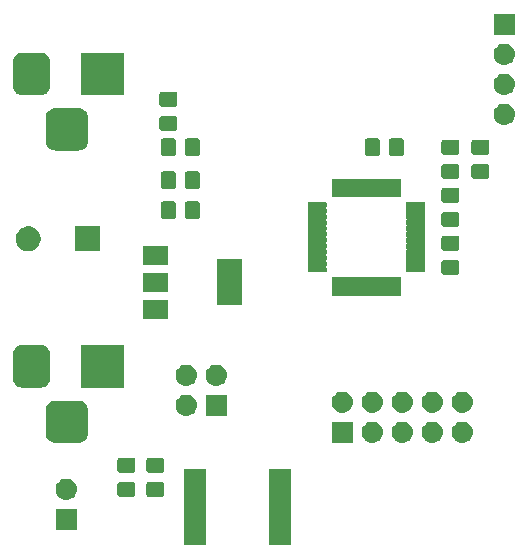
<source format=gbr>
G04 #@! TF.GenerationSoftware,KiCad,Pcbnew,(5.1.0-0)*
G04 #@! TF.CreationDate,2019-04-25T22:15:39+08:00*
G04 #@! TF.ProjectId,ws2812b,77733238-3132-4622-9e6b-696361645f70,rev?*
G04 #@! TF.SameCoordinates,Original*
G04 #@! TF.FileFunction,Soldermask,Bot*
G04 #@! TF.FilePolarity,Negative*
%FSLAX46Y46*%
G04 Gerber Fmt 4.6, Leading zero omitted, Abs format (unit mm)*
G04 Created by KiCad (PCBNEW (5.1.0-0)) date 2019-04-25 22:15:39*
%MOMM*%
%LPD*%
G04 APERTURE LIST*
%ADD10C,0.100000*%
G04 APERTURE END LIST*
D10*
G36*
X76916000Y-72289000D02*
G01*
X75064000Y-72289000D01*
X75064000Y-65887000D01*
X76916000Y-65887000D01*
X76916000Y-72289000D01*
X76916000Y-72289000D01*
G37*
G36*
X69716000Y-72289000D02*
G01*
X67864000Y-72289000D01*
X67864000Y-65887000D01*
X69716000Y-65887000D01*
X69716000Y-72289000D01*
X69716000Y-72289000D01*
G37*
G36*
X58813000Y-71005000D02*
G01*
X57011000Y-71005000D01*
X57011000Y-69203000D01*
X58813000Y-69203000D01*
X58813000Y-71005000D01*
X58813000Y-71005000D01*
G37*
G36*
X58022443Y-66669519D02*
G01*
X58088627Y-66676037D01*
X58258466Y-66727557D01*
X58414991Y-66811222D01*
X58450729Y-66840552D01*
X58552186Y-66923814D01*
X58608857Y-66992869D01*
X58664778Y-67061009D01*
X58748443Y-67217534D01*
X58799963Y-67387373D01*
X58817359Y-67564000D01*
X58799963Y-67740627D01*
X58748443Y-67910466D01*
X58664778Y-68066991D01*
X58635448Y-68102729D01*
X58552186Y-68204186D01*
X58450729Y-68287448D01*
X58414991Y-68316778D01*
X58258466Y-68400443D01*
X58088627Y-68451963D01*
X58022442Y-68458482D01*
X57956260Y-68465000D01*
X57867740Y-68465000D01*
X57801558Y-68458482D01*
X57735373Y-68451963D01*
X57565534Y-68400443D01*
X57409009Y-68316778D01*
X57373271Y-68287448D01*
X57271814Y-68204186D01*
X57188552Y-68102729D01*
X57159222Y-68066991D01*
X57075557Y-67910466D01*
X57024037Y-67740627D01*
X57006641Y-67564000D01*
X57024037Y-67387373D01*
X57075557Y-67217534D01*
X57159222Y-67061009D01*
X57215143Y-66992869D01*
X57271814Y-66923814D01*
X57373271Y-66840552D01*
X57409009Y-66811222D01*
X57565534Y-66727557D01*
X57735373Y-66676037D01*
X57801557Y-66669519D01*
X57867740Y-66663000D01*
X57956260Y-66663000D01*
X58022443Y-66669519D01*
X58022443Y-66669519D01*
G37*
G36*
X63580674Y-66951465D02*
G01*
X63618367Y-66962899D01*
X63653103Y-66981466D01*
X63683548Y-67006452D01*
X63708534Y-67036897D01*
X63727101Y-67071633D01*
X63738535Y-67109326D01*
X63743000Y-67154661D01*
X63743000Y-67991339D01*
X63738535Y-68036674D01*
X63727101Y-68074367D01*
X63708534Y-68109103D01*
X63683548Y-68139548D01*
X63653103Y-68164534D01*
X63618367Y-68183101D01*
X63580674Y-68194535D01*
X63535339Y-68199000D01*
X62448661Y-68199000D01*
X62403326Y-68194535D01*
X62365633Y-68183101D01*
X62330897Y-68164534D01*
X62300452Y-68139548D01*
X62275466Y-68109103D01*
X62256899Y-68074367D01*
X62245465Y-68036674D01*
X62241000Y-67991339D01*
X62241000Y-67154661D01*
X62245465Y-67109326D01*
X62256899Y-67071633D01*
X62275466Y-67036897D01*
X62300452Y-67006452D01*
X62330897Y-66981466D01*
X62365633Y-66962899D01*
X62403326Y-66951465D01*
X62448661Y-66947000D01*
X63535339Y-66947000D01*
X63580674Y-66951465D01*
X63580674Y-66951465D01*
G37*
G36*
X66027673Y-66951465D02*
G01*
X66065366Y-66962899D01*
X66100102Y-66981466D01*
X66130547Y-67006452D01*
X66155533Y-67036897D01*
X66174100Y-67071633D01*
X66185534Y-67109326D01*
X66189999Y-67154661D01*
X66189999Y-67991339D01*
X66185534Y-68036674D01*
X66174100Y-68074367D01*
X66155533Y-68109103D01*
X66130547Y-68139548D01*
X66100102Y-68164534D01*
X66065366Y-68183101D01*
X66027673Y-68194535D01*
X65982338Y-68199000D01*
X64895660Y-68199000D01*
X64850325Y-68194535D01*
X64812632Y-68183101D01*
X64777896Y-68164534D01*
X64747451Y-68139548D01*
X64722465Y-68109103D01*
X64703898Y-68074367D01*
X64692464Y-68036674D01*
X64687999Y-67991339D01*
X64687999Y-67154661D01*
X64692464Y-67109326D01*
X64703898Y-67071633D01*
X64722465Y-67036897D01*
X64747451Y-67006452D01*
X64777896Y-66981466D01*
X64812632Y-66962899D01*
X64850325Y-66951465D01*
X64895660Y-66947000D01*
X65982338Y-66947000D01*
X66027673Y-66951465D01*
X66027673Y-66951465D01*
G37*
G36*
X63580674Y-64901465D02*
G01*
X63618367Y-64912899D01*
X63653103Y-64931466D01*
X63683548Y-64956452D01*
X63708534Y-64986897D01*
X63727101Y-65021633D01*
X63738535Y-65059326D01*
X63743000Y-65104661D01*
X63743000Y-65941339D01*
X63738535Y-65986674D01*
X63727101Y-66024367D01*
X63708534Y-66059103D01*
X63683548Y-66089548D01*
X63653103Y-66114534D01*
X63618367Y-66133101D01*
X63580674Y-66144535D01*
X63535339Y-66149000D01*
X62448661Y-66149000D01*
X62403326Y-66144535D01*
X62365633Y-66133101D01*
X62330897Y-66114534D01*
X62300452Y-66089548D01*
X62275466Y-66059103D01*
X62256899Y-66024367D01*
X62245465Y-65986674D01*
X62241000Y-65941339D01*
X62241000Y-65104661D01*
X62245465Y-65059326D01*
X62256899Y-65021633D01*
X62275466Y-64986897D01*
X62300452Y-64956452D01*
X62330897Y-64931466D01*
X62365633Y-64912899D01*
X62403326Y-64901465D01*
X62448661Y-64897000D01*
X63535339Y-64897000D01*
X63580674Y-64901465D01*
X63580674Y-64901465D01*
G37*
G36*
X66027673Y-64901465D02*
G01*
X66065366Y-64912899D01*
X66100102Y-64931466D01*
X66130547Y-64956452D01*
X66155533Y-64986897D01*
X66174100Y-65021633D01*
X66185534Y-65059326D01*
X66189999Y-65104661D01*
X66189999Y-65941339D01*
X66185534Y-65986674D01*
X66174100Y-66024367D01*
X66155533Y-66059103D01*
X66130547Y-66089548D01*
X66100102Y-66114534D01*
X66065366Y-66133101D01*
X66027673Y-66144535D01*
X65982338Y-66149000D01*
X64895660Y-66149000D01*
X64850325Y-66144535D01*
X64812632Y-66133101D01*
X64777896Y-66114534D01*
X64747451Y-66089548D01*
X64722465Y-66059103D01*
X64703898Y-66024367D01*
X64692464Y-65986674D01*
X64687999Y-65941339D01*
X64687999Y-65104661D01*
X64692464Y-65059326D01*
X64703898Y-65021633D01*
X64722465Y-64986897D01*
X64747451Y-64956452D01*
X64777896Y-64931466D01*
X64812632Y-64912899D01*
X64850325Y-64901465D01*
X64895660Y-64897000D01*
X65982338Y-64897000D01*
X66027673Y-64901465D01*
X66027673Y-64901465D01*
G37*
G36*
X59086366Y-60065695D02*
G01*
X59243460Y-60113349D01*
X59388231Y-60190731D01*
X59515128Y-60294872D01*
X59619269Y-60421769D01*
X59696651Y-60566540D01*
X59744305Y-60723634D01*
X59761000Y-60893140D01*
X59761000Y-62806860D01*
X59744305Y-62976366D01*
X59696651Y-63133460D01*
X59619269Y-63278231D01*
X59515128Y-63405128D01*
X59388231Y-63509269D01*
X59243460Y-63586651D01*
X59086366Y-63634305D01*
X58916860Y-63651000D01*
X57003140Y-63651000D01*
X56833634Y-63634305D01*
X56676540Y-63586651D01*
X56531769Y-63509269D01*
X56404872Y-63405128D01*
X56300731Y-63278231D01*
X56223349Y-63133460D01*
X56175695Y-62976366D01*
X56159000Y-62806860D01*
X56159000Y-60893140D01*
X56175695Y-60723634D01*
X56223349Y-60566540D01*
X56300731Y-60421769D01*
X56404872Y-60294872D01*
X56531769Y-60190731D01*
X56676540Y-60113349D01*
X56833634Y-60065695D01*
X57003140Y-60049000D01*
X58916860Y-60049000D01*
X59086366Y-60065695D01*
X59086366Y-60065695D01*
G37*
G36*
X91550443Y-61843519D02*
G01*
X91616627Y-61850037D01*
X91786466Y-61901557D01*
X91942991Y-61985222D01*
X91978729Y-62014552D01*
X92080186Y-62097814D01*
X92163448Y-62199271D01*
X92192778Y-62235009D01*
X92276443Y-62391534D01*
X92327963Y-62561373D01*
X92345359Y-62738000D01*
X92327963Y-62914627D01*
X92276443Y-63084466D01*
X92192778Y-63240991D01*
X92184735Y-63250791D01*
X92080186Y-63378186D01*
X91978729Y-63461448D01*
X91942991Y-63490778D01*
X91786466Y-63574443D01*
X91616627Y-63625963D01*
X91550443Y-63632481D01*
X91484260Y-63639000D01*
X91395740Y-63639000D01*
X91329557Y-63632481D01*
X91263373Y-63625963D01*
X91093534Y-63574443D01*
X90937009Y-63490778D01*
X90901271Y-63461448D01*
X90799814Y-63378186D01*
X90695265Y-63250791D01*
X90687222Y-63240991D01*
X90603557Y-63084466D01*
X90552037Y-62914627D01*
X90534641Y-62738000D01*
X90552037Y-62561373D01*
X90603557Y-62391534D01*
X90687222Y-62235009D01*
X90716552Y-62199271D01*
X90799814Y-62097814D01*
X90901271Y-62014552D01*
X90937009Y-61985222D01*
X91093534Y-61901557D01*
X91263373Y-61850037D01*
X91329557Y-61843519D01*
X91395740Y-61837000D01*
X91484260Y-61837000D01*
X91550443Y-61843519D01*
X91550443Y-61843519D01*
G37*
G36*
X89010443Y-61843519D02*
G01*
X89076627Y-61850037D01*
X89246466Y-61901557D01*
X89402991Y-61985222D01*
X89438729Y-62014552D01*
X89540186Y-62097814D01*
X89623448Y-62199271D01*
X89652778Y-62235009D01*
X89736443Y-62391534D01*
X89787963Y-62561373D01*
X89805359Y-62738000D01*
X89787963Y-62914627D01*
X89736443Y-63084466D01*
X89652778Y-63240991D01*
X89644735Y-63250791D01*
X89540186Y-63378186D01*
X89438729Y-63461448D01*
X89402991Y-63490778D01*
X89246466Y-63574443D01*
X89076627Y-63625963D01*
X89010443Y-63632481D01*
X88944260Y-63639000D01*
X88855740Y-63639000D01*
X88789557Y-63632481D01*
X88723373Y-63625963D01*
X88553534Y-63574443D01*
X88397009Y-63490778D01*
X88361271Y-63461448D01*
X88259814Y-63378186D01*
X88155265Y-63250791D01*
X88147222Y-63240991D01*
X88063557Y-63084466D01*
X88012037Y-62914627D01*
X87994641Y-62738000D01*
X88012037Y-62561373D01*
X88063557Y-62391534D01*
X88147222Y-62235009D01*
X88176552Y-62199271D01*
X88259814Y-62097814D01*
X88361271Y-62014552D01*
X88397009Y-61985222D01*
X88553534Y-61901557D01*
X88723373Y-61850037D01*
X88789557Y-61843519D01*
X88855740Y-61837000D01*
X88944260Y-61837000D01*
X89010443Y-61843519D01*
X89010443Y-61843519D01*
G37*
G36*
X86470443Y-61843519D02*
G01*
X86536627Y-61850037D01*
X86706466Y-61901557D01*
X86862991Y-61985222D01*
X86898729Y-62014552D01*
X87000186Y-62097814D01*
X87083448Y-62199271D01*
X87112778Y-62235009D01*
X87196443Y-62391534D01*
X87247963Y-62561373D01*
X87265359Y-62738000D01*
X87247963Y-62914627D01*
X87196443Y-63084466D01*
X87112778Y-63240991D01*
X87104735Y-63250791D01*
X87000186Y-63378186D01*
X86898729Y-63461448D01*
X86862991Y-63490778D01*
X86706466Y-63574443D01*
X86536627Y-63625963D01*
X86470443Y-63632481D01*
X86404260Y-63639000D01*
X86315740Y-63639000D01*
X86249557Y-63632481D01*
X86183373Y-63625963D01*
X86013534Y-63574443D01*
X85857009Y-63490778D01*
X85821271Y-63461448D01*
X85719814Y-63378186D01*
X85615265Y-63250791D01*
X85607222Y-63240991D01*
X85523557Y-63084466D01*
X85472037Y-62914627D01*
X85454641Y-62738000D01*
X85472037Y-62561373D01*
X85523557Y-62391534D01*
X85607222Y-62235009D01*
X85636552Y-62199271D01*
X85719814Y-62097814D01*
X85821271Y-62014552D01*
X85857009Y-61985222D01*
X86013534Y-61901557D01*
X86183373Y-61850037D01*
X86249557Y-61843519D01*
X86315740Y-61837000D01*
X86404260Y-61837000D01*
X86470443Y-61843519D01*
X86470443Y-61843519D01*
G37*
G36*
X83930443Y-61843519D02*
G01*
X83996627Y-61850037D01*
X84166466Y-61901557D01*
X84322991Y-61985222D01*
X84358729Y-62014552D01*
X84460186Y-62097814D01*
X84543448Y-62199271D01*
X84572778Y-62235009D01*
X84656443Y-62391534D01*
X84707963Y-62561373D01*
X84725359Y-62738000D01*
X84707963Y-62914627D01*
X84656443Y-63084466D01*
X84572778Y-63240991D01*
X84564735Y-63250791D01*
X84460186Y-63378186D01*
X84358729Y-63461448D01*
X84322991Y-63490778D01*
X84166466Y-63574443D01*
X83996627Y-63625963D01*
X83930443Y-63632481D01*
X83864260Y-63639000D01*
X83775740Y-63639000D01*
X83709557Y-63632481D01*
X83643373Y-63625963D01*
X83473534Y-63574443D01*
X83317009Y-63490778D01*
X83281271Y-63461448D01*
X83179814Y-63378186D01*
X83075265Y-63250791D01*
X83067222Y-63240991D01*
X82983557Y-63084466D01*
X82932037Y-62914627D01*
X82914641Y-62738000D01*
X82932037Y-62561373D01*
X82983557Y-62391534D01*
X83067222Y-62235009D01*
X83096552Y-62199271D01*
X83179814Y-62097814D01*
X83281271Y-62014552D01*
X83317009Y-61985222D01*
X83473534Y-61901557D01*
X83643373Y-61850037D01*
X83709557Y-61843519D01*
X83775740Y-61837000D01*
X83864260Y-61837000D01*
X83930443Y-61843519D01*
X83930443Y-61843519D01*
G37*
G36*
X82181000Y-63639000D02*
G01*
X80379000Y-63639000D01*
X80379000Y-61837000D01*
X82181000Y-61837000D01*
X82181000Y-63639000D01*
X82181000Y-63639000D01*
G37*
G36*
X71513000Y-61353000D02*
G01*
X69711000Y-61353000D01*
X69711000Y-59551000D01*
X71513000Y-59551000D01*
X71513000Y-61353000D01*
X71513000Y-61353000D01*
G37*
G36*
X68182443Y-59557519D02*
G01*
X68248627Y-59564037D01*
X68418466Y-59615557D01*
X68574991Y-59699222D01*
X68610729Y-59728552D01*
X68712186Y-59811814D01*
X68795448Y-59913271D01*
X68824778Y-59949009D01*
X68908443Y-60105534D01*
X68959963Y-60275373D01*
X68977359Y-60452000D01*
X68959963Y-60628627D01*
X68908443Y-60798466D01*
X68824778Y-60954991D01*
X68795448Y-60990729D01*
X68712186Y-61092186D01*
X68610729Y-61175448D01*
X68574991Y-61204778D01*
X68418466Y-61288443D01*
X68248627Y-61339963D01*
X68182443Y-61346481D01*
X68116260Y-61353000D01*
X68027740Y-61353000D01*
X67961557Y-61346481D01*
X67895373Y-61339963D01*
X67725534Y-61288443D01*
X67569009Y-61204778D01*
X67533271Y-61175448D01*
X67431814Y-61092186D01*
X67348552Y-60990729D01*
X67319222Y-60954991D01*
X67235557Y-60798466D01*
X67184037Y-60628627D01*
X67166641Y-60452000D01*
X67184037Y-60275373D01*
X67235557Y-60105534D01*
X67319222Y-59949009D01*
X67348552Y-59913271D01*
X67431814Y-59811814D01*
X67533271Y-59728552D01*
X67569009Y-59699222D01*
X67725534Y-59615557D01*
X67895373Y-59564037D01*
X67961557Y-59557519D01*
X68027740Y-59551000D01*
X68116260Y-59551000D01*
X68182443Y-59557519D01*
X68182443Y-59557519D01*
G37*
G36*
X91550442Y-59303518D02*
G01*
X91616627Y-59310037D01*
X91786466Y-59361557D01*
X91942991Y-59445222D01*
X91978729Y-59474552D01*
X92080186Y-59557814D01*
X92163448Y-59659271D01*
X92192778Y-59695009D01*
X92276443Y-59851534D01*
X92327963Y-60021373D01*
X92345359Y-60198000D01*
X92327963Y-60374627D01*
X92276443Y-60544466D01*
X92192778Y-60700991D01*
X92174195Y-60723634D01*
X92080186Y-60838186D01*
X92013223Y-60893140D01*
X91942991Y-60950778D01*
X91786466Y-61034443D01*
X91616627Y-61085963D01*
X91553453Y-61092185D01*
X91484260Y-61099000D01*
X91395740Y-61099000D01*
X91326547Y-61092185D01*
X91263373Y-61085963D01*
X91093534Y-61034443D01*
X90937009Y-60950778D01*
X90866777Y-60893140D01*
X90799814Y-60838186D01*
X90705805Y-60723634D01*
X90687222Y-60700991D01*
X90603557Y-60544466D01*
X90552037Y-60374627D01*
X90534641Y-60198000D01*
X90552037Y-60021373D01*
X90603557Y-59851534D01*
X90687222Y-59695009D01*
X90716552Y-59659271D01*
X90799814Y-59557814D01*
X90901271Y-59474552D01*
X90937009Y-59445222D01*
X91093534Y-59361557D01*
X91263373Y-59310037D01*
X91329558Y-59303518D01*
X91395740Y-59297000D01*
X91484260Y-59297000D01*
X91550442Y-59303518D01*
X91550442Y-59303518D01*
G37*
G36*
X89010442Y-59303518D02*
G01*
X89076627Y-59310037D01*
X89246466Y-59361557D01*
X89402991Y-59445222D01*
X89438729Y-59474552D01*
X89540186Y-59557814D01*
X89623448Y-59659271D01*
X89652778Y-59695009D01*
X89736443Y-59851534D01*
X89787963Y-60021373D01*
X89805359Y-60198000D01*
X89787963Y-60374627D01*
X89736443Y-60544466D01*
X89652778Y-60700991D01*
X89634195Y-60723634D01*
X89540186Y-60838186D01*
X89473223Y-60893140D01*
X89402991Y-60950778D01*
X89246466Y-61034443D01*
X89076627Y-61085963D01*
X89013453Y-61092185D01*
X88944260Y-61099000D01*
X88855740Y-61099000D01*
X88786547Y-61092185D01*
X88723373Y-61085963D01*
X88553534Y-61034443D01*
X88397009Y-60950778D01*
X88326777Y-60893140D01*
X88259814Y-60838186D01*
X88165805Y-60723634D01*
X88147222Y-60700991D01*
X88063557Y-60544466D01*
X88012037Y-60374627D01*
X87994641Y-60198000D01*
X88012037Y-60021373D01*
X88063557Y-59851534D01*
X88147222Y-59695009D01*
X88176552Y-59659271D01*
X88259814Y-59557814D01*
X88361271Y-59474552D01*
X88397009Y-59445222D01*
X88553534Y-59361557D01*
X88723373Y-59310037D01*
X88789558Y-59303518D01*
X88855740Y-59297000D01*
X88944260Y-59297000D01*
X89010442Y-59303518D01*
X89010442Y-59303518D01*
G37*
G36*
X86470442Y-59303518D02*
G01*
X86536627Y-59310037D01*
X86706466Y-59361557D01*
X86862991Y-59445222D01*
X86898729Y-59474552D01*
X87000186Y-59557814D01*
X87083448Y-59659271D01*
X87112778Y-59695009D01*
X87196443Y-59851534D01*
X87247963Y-60021373D01*
X87265359Y-60198000D01*
X87247963Y-60374627D01*
X87196443Y-60544466D01*
X87112778Y-60700991D01*
X87094195Y-60723634D01*
X87000186Y-60838186D01*
X86933223Y-60893140D01*
X86862991Y-60950778D01*
X86706466Y-61034443D01*
X86536627Y-61085963D01*
X86473453Y-61092185D01*
X86404260Y-61099000D01*
X86315740Y-61099000D01*
X86246547Y-61092185D01*
X86183373Y-61085963D01*
X86013534Y-61034443D01*
X85857009Y-60950778D01*
X85786777Y-60893140D01*
X85719814Y-60838186D01*
X85625805Y-60723634D01*
X85607222Y-60700991D01*
X85523557Y-60544466D01*
X85472037Y-60374627D01*
X85454641Y-60198000D01*
X85472037Y-60021373D01*
X85523557Y-59851534D01*
X85607222Y-59695009D01*
X85636552Y-59659271D01*
X85719814Y-59557814D01*
X85821271Y-59474552D01*
X85857009Y-59445222D01*
X86013534Y-59361557D01*
X86183373Y-59310037D01*
X86249558Y-59303518D01*
X86315740Y-59297000D01*
X86404260Y-59297000D01*
X86470442Y-59303518D01*
X86470442Y-59303518D01*
G37*
G36*
X83930442Y-59303518D02*
G01*
X83996627Y-59310037D01*
X84166466Y-59361557D01*
X84322991Y-59445222D01*
X84358729Y-59474552D01*
X84460186Y-59557814D01*
X84543448Y-59659271D01*
X84572778Y-59695009D01*
X84656443Y-59851534D01*
X84707963Y-60021373D01*
X84725359Y-60198000D01*
X84707963Y-60374627D01*
X84656443Y-60544466D01*
X84572778Y-60700991D01*
X84554195Y-60723634D01*
X84460186Y-60838186D01*
X84393223Y-60893140D01*
X84322991Y-60950778D01*
X84166466Y-61034443D01*
X83996627Y-61085963D01*
X83933453Y-61092185D01*
X83864260Y-61099000D01*
X83775740Y-61099000D01*
X83706547Y-61092185D01*
X83643373Y-61085963D01*
X83473534Y-61034443D01*
X83317009Y-60950778D01*
X83246777Y-60893140D01*
X83179814Y-60838186D01*
X83085805Y-60723634D01*
X83067222Y-60700991D01*
X82983557Y-60544466D01*
X82932037Y-60374627D01*
X82914641Y-60198000D01*
X82932037Y-60021373D01*
X82983557Y-59851534D01*
X83067222Y-59695009D01*
X83096552Y-59659271D01*
X83179814Y-59557814D01*
X83281271Y-59474552D01*
X83317009Y-59445222D01*
X83473534Y-59361557D01*
X83643373Y-59310037D01*
X83709558Y-59303518D01*
X83775740Y-59297000D01*
X83864260Y-59297000D01*
X83930442Y-59303518D01*
X83930442Y-59303518D01*
G37*
G36*
X81390442Y-59303518D02*
G01*
X81456627Y-59310037D01*
X81626466Y-59361557D01*
X81782991Y-59445222D01*
X81818729Y-59474552D01*
X81920186Y-59557814D01*
X82003448Y-59659271D01*
X82032778Y-59695009D01*
X82116443Y-59851534D01*
X82167963Y-60021373D01*
X82185359Y-60198000D01*
X82167963Y-60374627D01*
X82116443Y-60544466D01*
X82032778Y-60700991D01*
X82014195Y-60723634D01*
X81920186Y-60838186D01*
X81853223Y-60893140D01*
X81782991Y-60950778D01*
X81626466Y-61034443D01*
X81456627Y-61085963D01*
X81393453Y-61092185D01*
X81324260Y-61099000D01*
X81235740Y-61099000D01*
X81166547Y-61092185D01*
X81103373Y-61085963D01*
X80933534Y-61034443D01*
X80777009Y-60950778D01*
X80706777Y-60893140D01*
X80639814Y-60838186D01*
X80545805Y-60723634D01*
X80527222Y-60700991D01*
X80443557Y-60544466D01*
X80392037Y-60374627D01*
X80374641Y-60198000D01*
X80392037Y-60021373D01*
X80443557Y-59851534D01*
X80527222Y-59695009D01*
X80556552Y-59659271D01*
X80639814Y-59557814D01*
X80741271Y-59474552D01*
X80777009Y-59445222D01*
X80933534Y-59361557D01*
X81103373Y-59310037D01*
X81169558Y-59303518D01*
X81235740Y-59297000D01*
X81324260Y-59297000D01*
X81390442Y-59303518D01*
X81390442Y-59303518D01*
G37*
G36*
X55936979Y-55363293D02*
G01*
X56070625Y-55403834D01*
X56193784Y-55469664D01*
X56301740Y-55558260D01*
X56390336Y-55666216D01*
X56456166Y-55789375D01*
X56496707Y-55923021D01*
X56511000Y-56068140D01*
X56511000Y-58231860D01*
X56496707Y-58376979D01*
X56456166Y-58510625D01*
X56390336Y-58633784D01*
X56301740Y-58741740D01*
X56193784Y-58830336D01*
X56070625Y-58896166D01*
X55936979Y-58936707D01*
X55791860Y-58951000D01*
X54128140Y-58951000D01*
X53983021Y-58936707D01*
X53849375Y-58896166D01*
X53726216Y-58830336D01*
X53618260Y-58741740D01*
X53529664Y-58633784D01*
X53463834Y-58510625D01*
X53423293Y-58376979D01*
X53409000Y-58231860D01*
X53409000Y-56068140D01*
X53423293Y-55923021D01*
X53463834Y-55789375D01*
X53529664Y-55666216D01*
X53618260Y-55558260D01*
X53726216Y-55469664D01*
X53849375Y-55403834D01*
X53983021Y-55363293D01*
X54128140Y-55349000D01*
X55791860Y-55349000D01*
X55936979Y-55363293D01*
X55936979Y-55363293D01*
G37*
G36*
X62761000Y-58951000D02*
G01*
X59159000Y-58951000D01*
X59159000Y-55349000D01*
X62761000Y-55349000D01*
X62761000Y-58951000D01*
X62761000Y-58951000D01*
G37*
G36*
X68182442Y-57017518D02*
G01*
X68248627Y-57024037D01*
X68418466Y-57075557D01*
X68574991Y-57159222D01*
X68610729Y-57188552D01*
X68712186Y-57271814D01*
X68795448Y-57373271D01*
X68824778Y-57409009D01*
X68908443Y-57565534D01*
X68959963Y-57735373D01*
X68977359Y-57912000D01*
X68959963Y-58088627D01*
X68908443Y-58258466D01*
X68824778Y-58414991D01*
X68795448Y-58450729D01*
X68712186Y-58552186D01*
X68612757Y-58633784D01*
X68574991Y-58664778D01*
X68418466Y-58748443D01*
X68248627Y-58799963D01*
X68182442Y-58806482D01*
X68116260Y-58813000D01*
X68027740Y-58813000D01*
X67961558Y-58806482D01*
X67895373Y-58799963D01*
X67725534Y-58748443D01*
X67569009Y-58664778D01*
X67531243Y-58633784D01*
X67431814Y-58552186D01*
X67348552Y-58450729D01*
X67319222Y-58414991D01*
X67235557Y-58258466D01*
X67184037Y-58088627D01*
X67166641Y-57912000D01*
X67184037Y-57735373D01*
X67235557Y-57565534D01*
X67319222Y-57409009D01*
X67348552Y-57373271D01*
X67431814Y-57271814D01*
X67533271Y-57188552D01*
X67569009Y-57159222D01*
X67725534Y-57075557D01*
X67895373Y-57024037D01*
X67961558Y-57017518D01*
X68027740Y-57011000D01*
X68116260Y-57011000D01*
X68182442Y-57017518D01*
X68182442Y-57017518D01*
G37*
G36*
X70722442Y-57017518D02*
G01*
X70788627Y-57024037D01*
X70958466Y-57075557D01*
X71114991Y-57159222D01*
X71150729Y-57188552D01*
X71252186Y-57271814D01*
X71335448Y-57373271D01*
X71364778Y-57409009D01*
X71448443Y-57565534D01*
X71499963Y-57735373D01*
X71517359Y-57912000D01*
X71499963Y-58088627D01*
X71448443Y-58258466D01*
X71364778Y-58414991D01*
X71335448Y-58450729D01*
X71252186Y-58552186D01*
X71152757Y-58633784D01*
X71114991Y-58664778D01*
X70958466Y-58748443D01*
X70788627Y-58799963D01*
X70722442Y-58806482D01*
X70656260Y-58813000D01*
X70567740Y-58813000D01*
X70501558Y-58806482D01*
X70435373Y-58799963D01*
X70265534Y-58748443D01*
X70109009Y-58664778D01*
X70071243Y-58633784D01*
X69971814Y-58552186D01*
X69888552Y-58450729D01*
X69859222Y-58414991D01*
X69775557Y-58258466D01*
X69724037Y-58088627D01*
X69706641Y-57912000D01*
X69724037Y-57735373D01*
X69775557Y-57565534D01*
X69859222Y-57409009D01*
X69888552Y-57373271D01*
X69971814Y-57271814D01*
X70073271Y-57188552D01*
X70109009Y-57159222D01*
X70265534Y-57075557D01*
X70435373Y-57024037D01*
X70501558Y-57017518D01*
X70567740Y-57011000D01*
X70656260Y-57011000D01*
X70722442Y-57017518D01*
X70722442Y-57017518D01*
G37*
G36*
X66481000Y-53139000D02*
G01*
X64379000Y-53139000D01*
X64379000Y-51537000D01*
X66481000Y-51537000D01*
X66481000Y-53139000D01*
X66481000Y-53139000D01*
G37*
G36*
X72781000Y-51989000D02*
G01*
X70679000Y-51989000D01*
X70679000Y-48087000D01*
X72781000Y-48087000D01*
X72781000Y-51989000D01*
X72781000Y-51989000D01*
G37*
G36*
X80732295Y-49603323D02*
G01*
X80739309Y-49605451D01*
X80753077Y-49612810D01*
X80775716Y-49622187D01*
X80799749Y-49626967D01*
X80824253Y-49626967D01*
X80848286Y-49622186D01*
X80870923Y-49612810D01*
X80884691Y-49605451D01*
X80891705Y-49603323D01*
X80905140Y-49602000D01*
X81218860Y-49602000D01*
X81232295Y-49603323D01*
X81239309Y-49605451D01*
X81253077Y-49612810D01*
X81275716Y-49622187D01*
X81299749Y-49626967D01*
X81324253Y-49626967D01*
X81348286Y-49622186D01*
X81370923Y-49612810D01*
X81384691Y-49605451D01*
X81391705Y-49603323D01*
X81405140Y-49602000D01*
X81718860Y-49602000D01*
X81732295Y-49603323D01*
X81739309Y-49605451D01*
X81753077Y-49612810D01*
X81775716Y-49622187D01*
X81799749Y-49626967D01*
X81824253Y-49626967D01*
X81848286Y-49622186D01*
X81870923Y-49612810D01*
X81884691Y-49605451D01*
X81891705Y-49603323D01*
X81905140Y-49602000D01*
X82218860Y-49602000D01*
X82232295Y-49603323D01*
X82239309Y-49605451D01*
X82253077Y-49612810D01*
X82275716Y-49622187D01*
X82299749Y-49626967D01*
X82324253Y-49626967D01*
X82348286Y-49622186D01*
X82370923Y-49612810D01*
X82384691Y-49605451D01*
X82391705Y-49603323D01*
X82405140Y-49602000D01*
X82718860Y-49602000D01*
X82732295Y-49603323D01*
X82739309Y-49605451D01*
X82753077Y-49612810D01*
X82775716Y-49622187D01*
X82799749Y-49626967D01*
X82824253Y-49626967D01*
X82848286Y-49622186D01*
X82870923Y-49612810D01*
X82884691Y-49605451D01*
X82891705Y-49603323D01*
X82905140Y-49602000D01*
X83218860Y-49602000D01*
X83232295Y-49603323D01*
X83239309Y-49605451D01*
X83253077Y-49612810D01*
X83275716Y-49622187D01*
X83299749Y-49626967D01*
X83324253Y-49626967D01*
X83348286Y-49622186D01*
X83370923Y-49612810D01*
X83384691Y-49605451D01*
X83391705Y-49603323D01*
X83405140Y-49602000D01*
X83718860Y-49602000D01*
X83732295Y-49603323D01*
X83739309Y-49605451D01*
X83753077Y-49612810D01*
X83775716Y-49622187D01*
X83799749Y-49626967D01*
X83824253Y-49626967D01*
X83848286Y-49622186D01*
X83870923Y-49612810D01*
X83884691Y-49605451D01*
X83891705Y-49603323D01*
X83905140Y-49602000D01*
X84218860Y-49602000D01*
X84232295Y-49603323D01*
X84239309Y-49605451D01*
X84253077Y-49612810D01*
X84275716Y-49622187D01*
X84299749Y-49626967D01*
X84324253Y-49626967D01*
X84348286Y-49622186D01*
X84370923Y-49612810D01*
X84384691Y-49605451D01*
X84391705Y-49603323D01*
X84405140Y-49602000D01*
X84718860Y-49602000D01*
X84732295Y-49603323D01*
X84739309Y-49605451D01*
X84753077Y-49612810D01*
X84775716Y-49622187D01*
X84799749Y-49626967D01*
X84824253Y-49626967D01*
X84848286Y-49622186D01*
X84870923Y-49612810D01*
X84884691Y-49605451D01*
X84891705Y-49603323D01*
X84905140Y-49602000D01*
X85218860Y-49602000D01*
X85232295Y-49603323D01*
X85239309Y-49605451D01*
X85253077Y-49612810D01*
X85275716Y-49622187D01*
X85299749Y-49626967D01*
X85324253Y-49626967D01*
X85348286Y-49622186D01*
X85370923Y-49612810D01*
X85384691Y-49605451D01*
X85391705Y-49603323D01*
X85405140Y-49602000D01*
X85718860Y-49602000D01*
X85732295Y-49603323D01*
X85739309Y-49605451D01*
X85753077Y-49612810D01*
X85775716Y-49622187D01*
X85799749Y-49626967D01*
X85824253Y-49626967D01*
X85848286Y-49622186D01*
X85870923Y-49612810D01*
X85884691Y-49605451D01*
X85891705Y-49603323D01*
X85905140Y-49602000D01*
X86218860Y-49602000D01*
X86232295Y-49603323D01*
X86239310Y-49605451D01*
X86245776Y-49608908D01*
X86251442Y-49613558D01*
X86256092Y-49619224D01*
X86259549Y-49625690D01*
X86261677Y-49632705D01*
X86263000Y-49646140D01*
X86263000Y-51134860D01*
X86261677Y-51148295D01*
X86259549Y-51155310D01*
X86256092Y-51161776D01*
X86251442Y-51167442D01*
X86245776Y-51172092D01*
X86239310Y-51175549D01*
X86232295Y-51177677D01*
X86218860Y-51179000D01*
X85905140Y-51179000D01*
X85891705Y-51177677D01*
X85884691Y-51175549D01*
X85870923Y-51168190D01*
X85848284Y-51158813D01*
X85824251Y-51154033D01*
X85799747Y-51154033D01*
X85775714Y-51158814D01*
X85753077Y-51168190D01*
X85739309Y-51175549D01*
X85732295Y-51177677D01*
X85718860Y-51179000D01*
X85405140Y-51179000D01*
X85391705Y-51177677D01*
X85384691Y-51175549D01*
X85370923Y-51168190D01*
X85348284Y-51158813D01*
X85324251Y-51154033D01*
X85299747Y-51154033D01*
X85275714Y-51158814D01*
X85253077Y-51168190D01*
X85239309Y-51175549D01*
X85232295Y-51177677D01*
X85218860Y-51179000D01*
X84905140Y-51179000D01*
X84891705Y-51177677D01*
X84884691Y-51175549D01*
X84870923Y-51168190D01*
X84848284Y-51158813D01*
X84824251Y-51154033D01*
X84799747Y-51154033D01*
X84775714Y-51158814D01*
X84753077Y-51168190D01*
X84739309Y-51175549D01*
X84732295Y-51177677D01*
X84718860Y-51179000D01*
X84405140Y-51179000D01*
X84391705Y-51177677D01*
X84384691Y-51175549D01*
X84370923Y-51168190D01*
X84348284Y-51158813D01*
X84324251Y-51154033D01*
X84299747Y-51154033D01*
X84275714Y-51158814D01*
X84253077Y-51168190D01*
X84239309Y-51175549D01*
X84232295Y-51177677D01*
X84218860Y-51179000D01*
X83905140Y-51179000D01*
X83891705Y-51177677D01*
X83884691Y-51175549D01*
X83870923Y-51168190D01*
X83848284Y-51158813D01*
X83824251Y-51154033D01*
X83799747Y-51154033D01*
X83775714Y-51158814D01*
X83753077Y-51168190D01*
X83739309Y-51175549D01*
X83732295Y-51177677D01*
X83718860Y-51179000D01*
X83405140Y-51179000D01*
X83391705Y-51177677D01*
X83384691Y-51175549D01*
X83370923Y-51168190D01*
X83348284Y-51158813D01*
X83324251Y-51154033D01*
X83299747Y-51154033D01*
X83275714Y-51158814D01*
X83253077Y-51168190D01*
X83239309Y-51175549D01*
X83232295Y-51177677D01*
X83218860Y-51179000D01*
X82905140Y-51179000D01*
X82891705Y-51177677D01*
X82884691Y-51175549D01*
X82870923Y-51168190D01*
X82848284Y-51158813D01*
X82824251Y-51154033D01*
X82799747Y-51154033D01*
X82775714Y-51158814D01*
X82753077Y-51168190D01*
X82739309Y-51175549D01*
X82732295Y-51177677D01*
X82718860Y-51179000D01*
X82405140Y-51179000D01*
X82391705Y-51177677D01*
X82384691Y-51175549D01*
X82370923Y-51168190D01*
X82348284Y-51158813D01*
X82324251Y-51154033D01*
X82299747Y-51154033D01*
X82275714Y-51158814D01*
X82253077Y-51168190D01*
X82239309Y-51175549D01*
X82232295Y-51177677D01*
X82218860Y-51179000D01*
X81905140Y-51179000D01*
X81891705Y-51177677D01*
X81884691Y-51175549D01*
X81870923Y-51168190D01*
X81848284Y-51158813D01*
X81824251Y-51154033D01*
X81799747Y-51154033D01*
X81775714Y-51158814D01*
X81753077Y-51168190D01*
X81739309Y-51175549D01*
X81732295Y-51177677D01*
X81718860Y-51179000D01*
X81405140Y-51179000D01*
X81391705Y-51177677D01*
X81384691Y-51175549D01*
X81370923Y-51168190D01*
X81348284Y-51158813D01*
X81324251Y-51154033D01*
X81299747Y-51154033D01*
X81275714Y-51158814D01*
X81253077Y-51168190D01*
X81239309Y-51175549D01*
X81232295Y-51177677D01*
X81218860Y-51179000D01*
X80905140Y-51179000D01*
X80891705Y-51177677D01*
X80884691Y-51175549D01*
X80870923Y-51168190D01*
X80848284Y-51158813D01*
X80824251Y-51154033D01*
X80799747Y-51154033D01*
X80775714Y-51158814D01*
X80753077Y-51168190D01*
X80739309Y-51175549D01*
X80732295Y-51177677D01*
X80718860Y-51179000D01*
X80405140Y-51179000D01*
X80391705Y-51177677D01*
X80384690Y-51175549D01*
X80378224Y-51172092D01*
X80372558Y-51167442D01*
X80367908Y-51161776D01*
X80364451Y-51155310D01*
X80362323Y-51148295D01*
X80361000Y-51134860D01*
X80361000Y-49646140D01*
X80362323Y-49632705D01*
X80364451Y-49625690D01*
X80367908Y-49619224D01*
X80372558Y-49613558D01*
X80378224Y-49608908D01*
X80384690Y-49605451D01*
X80391705Y-49603323D01*
X80405140Y-49602000D01*
X80718860Y-49602000D01*
X80732295Y-49603323D01*
X80732295Y-49603323D01*
G37*
G36*
X66481000Y-50839000D02*
G01*
X64379000Y-50839000D01*
X64379000Y-49237000D01*
X66481000Y-49237000D01*
X66481000Y-50839000D01*
X66481000Y-50839000D01*
G37*
G36*
X91012674Y-48155465D02*
G01*
X91050367Y-48166899D01*
X91085103Y-48185466D01*
X91115548Y-48210452D01*
X91140534Y-48240897D01*
X91159101Y-48275633D01*
X91170535Y-48313326D01*
X91175000Y-48358661D01*
X91175000Y-49195339D01*
X91170535Y-49240674D01*
X91159101Y-49278367D01*
X91140534Y-49313103D01*
X91115548Y-49343548D01*
X91085103Y-49368534D01*
X91050367Y-49387101D01*
X91012674Y-49398535D01*
X90967339Y-49403000D01*
X89880661Y-49403000D01*
X89835326Y-49398535D01*
X89797633Y-49387101D01*
X89762897Y-49368534D01*
X89732452Y-49343548D01*
X89707466Y-49313103D01*
X89688899Y-49278367D01*
X89677465Y-49240674D01*
X89673000Y-49195339D01*
X89673000Y-48358661D01*
X89677465Y-48313326D01*
X89688899Y-48275633D01*
X89707466Y-48240897D01*
X89732452Y-48210452D01*
X89762897Y-48185466D01*
X89797633Y-48166899D01*
X89835326Y-48155465D01*
X89880661Y-48151000D01*
X90967339Y-48151000D01*
X91012674Y-48155465D01*
X91012674Y-48155465D01*
G37*
G36*
X79907295Y-43278323D02*
G01*
X79914310Y-43280451D01*
X79920776Y-43283908D01*
X79926442Y-43288558D01*
X79931092Y-43294224D01*
X79934549Y-43300690D01*
X79936677Y-43307705D01*
X79938000Y-43321140D01*
X79938000Y-43634860D01*
X79936677Y-43648295D01*
X79934549Y-43655309D01*
X79927190Y-43669077D01*
X79917813Y-43691716D01*
X79913033Y-43715749D01*
X79913033Y-43740253D01*
X79917814Y-43764286D01*
X79927190Y-43786923D01*
X79934549Y-43800691D01*
X79936677Y-43807705D01*
X79938000Y-43821140D01*
X79938000Y-44134860D01*
X79936677Y-44148295D01*
X79934549Y-44155309D01*
X79927190Y-44169077D01*
X79917813Y-44191716D01*
X79913033Y-44215749D01*
X79913033Y-44240253D01*
X79917814Y-44264286D01*
X79927190Y-44286923D01*
X79934549Y-44300691D01*
X79936677Y-44307705D01*
X79938000Y-44321140D01*
X79938000Y-44634860D01*
X79936677Y-44648295D01*
X79934549Y-44655309D01*
X79927190Y-44669077D01*
X79917813Y-44691716D01*
X79913033Y-44715749D01*
X79913033Y-44740253D01*
X79917814Y-44764286D01*
X79927190Y-44786923D01*
X79934549Y-44800691D01*
X79936677Y-44807705D01*
X79938000Y-44821140D01*
X79938000Y-45134860D01*
X79936677Y-45148295D01*
X79934549Y-45155309D01*
X79927190Y-45169077D01*
X79917813Y-45191716D01*
X79913033Y-45215749D01*
X79913033Y-45240253D01*
X79917814Y-45264286D01*
X79927190Y-45286923D01*
X79934549Y-45300691D01*
X79936677Y-45307705D01*
X79938000Y-45321140D01*
X79938000Y-45634860D01*
X79936677Y-45648295D01*
X79934549Y-45655309D01*
X79927190Y-45669077D01*
X79917813Y-45691716D01*
X79913033Y-45715749D01*
X79913033Y-45740253D01*
X79917814Y-45764286D01*
X79927190Y-45786923D01*
X79934549Y-45800691D01*
X79936677Y-45807705D01*
X79938000Y-45821140D01*
X79938000Y-46134860D01*
X79936677Y-46148295D01*
X79934549Y-46155309D01*
X79927190Y-46169077D01*
X79917813Y-46191716D01*
X79913033Y-46215749D01*
X79913033Y-46240253D01*
X79917814Y-46264286D01*
X79927190Y-46286923D01*
X79934549Y-46300691D01*
X79936677Y-46307705D01*
X79938000Y-46321140D01*
X79938000Y-46634860D01*
X79936677Y-46648295D01*
X79934549Y-46655309D01*
X79927190Y-46669077D01*
X79917813Y-46691716D01*
X79913033Y-46715749D01*
X79913033Y-46740253D01*
X79917814Y-46764286D01*
X79927190Y-46786923D01*
X79934549Y-46800691D01*
X79936677Y-46807705D01*
X79938000Y-46821140D01*
X79938000Y-47134860D01*
X79936677Y-47148295D01*
X79934549Y-47155309D01*
X79927190Y-47169077D01*
X79917813Y-47191716D01*
X79913033Y-47215749D01*
X79913033Y-47240253D01*
X79917814Y-47264286D01*
X79927190Y-47286923D01*
X79934549Y-47300691D01*
X79936677Y-47307705D01*
X79938000Y-47321140D01*
X79938000Y-47634860D01*
X79936677Y-47648295D01*
X79934549Y-47655309D01*
X79927190Y-47669077D01*
X79917813Y-47691716D01*
X79913033Y-47715749D01*
X79913033Y-47740253D01*
X79917814Y-47764286D01*
X79927190Y-47786923D01*
X79934549Y-47800691D01*
X79936677Y-47807705D01*
X79938000Y-47821140D01*
X79938000Y-48134860D01*
X79936677Y-48148295D01*
X79934549Y-48155309D01*
X79927190Y-48169077D01*
X79917813Y-48191716D01*
X79913033Y-48215749D01*
X79913033Y-48240253D01*
X79917814Y-48264286D01*
X79927190Y-48286923D01*
X79934549Y-48300691D01*
X79936677Y-48307705D01*
X79938000Y-48321140D01*
X79938000Y-48634860D01*
X79936677Y-48648295D01*
X79934549Y-48655309D01*
X79927190Y-48669077D01*
X79917813Y-48691716D01*
X79913033Y-48715749D01*
X79913033Y-48740253D01*
X79917814Y-48764286D01*
X79927190Y-48786923D01*
X79934549Y-48800691D01*
X79936677Y-48807705D01*
X79938000Y-48821140D01*
X79938000Y-49134860D01*
X79936677Y-49148295D01*
X79934549Y-49155310D01*
X79931092Y-49161776D01*
X79926442Y-49167442D01*
X79920776Y-49172092D01*
X79914310Y-49175549D01*
X79907295Y-49177677D01*
X79893860Y-49179000D01*
X78405140Y-49179000D01*
X78391705Y-49177677D01*
X78384690Y-49175549D01*
X78378224Y-49172092D01*
X78372558Y-49167442D01*
X78367908Y-49161776D01*
X78364451Y-49155310D01*
X78362323Y-49148295D01*
X78361000Y-49134860D01*
X78361000Y-48821140D01*
X78362323Y-48807705D01*
X78364451Y-48800691D01*
X78371810Y-48786923D01*
X78381187Y-48764284D01*
X78385967Y-48740251D01*
X78385967Y-48715747D01*
X78381186Y-48691714D01*
X78371810Y-48669077D01*
X78364451Y-48655309D01*
X78362323Y-48648295D01*
X78361000Y-48634860D01*
X78361000Y-48321140D01*
X78362323Y-48307705D01*
X78364451Y-48300691D01*
X78371810Y-48286923D01*
X78381187Y-48264284D01*
X78385967Y-48240251D01*
X78385967Y-48215747D01*
X78381186Y-48191714D01*
X78371810Y-48169077D01*
X78364451Y-48155309D01*
X78362323Y-48148295D01*
X78361000Y-48134860D01*
X78361000Y-47821140D01*
X78362323Y-47807705D01*
X78364451Y-47800691D01*
X78371810Y-47786923D01*
X78381187Y-47764284D01*
X78385967Y-47740251D01*
X78385967Y-47715747D01*
X78381186Y-47691714D01*
X78371810Y-47669077D01*
X78364451Y-47655309D01*
X78362323Y-47648295D01*
X78361000Y-47634860D01*
X78361000Y-47321140D01*
X78362323Y-47307705D01*
X78364451Y-47300691D01*
X78371810Y-47286923D01*
X78381187Y-47264284D01*
X78385967Y-47240251D01*
X78385967Y-47215747D01*
X78381186Y-47191714D01*
X78371810Y-47169077D01*
X78364451Y-47155309D01*
X78362323Y-47148295D01*
X78361000Y-47134860D01*
X78361000Y-46821140D01*
X78362323Y-46807705D01*
X78364451Y-46800691D01*
X78371810Y-46786923D01*
X78381187Y-46764284D01*
X78385967Y-46740251D01*
X78385967Y-46715747D01*
X78381186Y-46691714D01*
X78371810Y-46669077D01*
X78364451Y-46655309D01*
X78362323Y-46648295D01*
X78361000Y-46634860D01*
X78361000Y-46321140D01*
X78362323Y-46307705D01*
X78364451Y-46300691D01*
X78371810Y-46286923D01*
X78381187Y-46264284D01*
X78385967Y-46240251D01*
X78385967Y-46215747D01*
X78381186Y-46191714D01*
X78371810Y-46169077D01*
X78364451Y-46155309D01*
X78362323Y-46148295D01*
X78361000Y-46134860D01*
X78361000Y-45821140D01*
X78362323Y-45807705D01*
X78364451Y-45800691D01*
X78371810Y-45786923D01*
X78381187Y-45764284D01*
X78385967Y-45740251D01*
X78385967Y-45715747D01*
X78381186Y-45691714D01*
X78371810Y-45669077D01*
X78364451Y-45655309D01*
X78362323Y-45648295D01*
X78361000Y-45634860D01*
X78361000Y-45321140D01*
X78362323Y-45307705D01*
X78364451Y-45300691D01*
X78371810Y-45286923D01*
X78381187Y-45264284D01*
X78385967Y-45240251D01*
X78385967Y-45215747D01*
X78381186Y-45191714D01*
X78371810Y-45169077D01*
X78364451Y-45155309D01*
X78362323Y-45148295D01*
X78361000Y-45134860D01*
X78361000Y-44821140D01*
X78362323Y-44807705D01*
X78364451Y-44800691D01*
X78371810Y-44786923D01*
X78381187Y-44764284D01*
X78385967Y-44740251D01*
X78385967Y-44715747D01*
X78381186Y-44691714D01*
X78371810Y-44669077D01*
X78364451Y-44655309D01*
X78362323Y-44648295D01*
X78361000Y-44634860D01*
X78361000Y-44321140D01*
X78362323Y-44307705D01*
X78364451Y-44300691D01*
X78371810Y-44286923D01*
X78381187Y-44264284D01*
X78385967Y-44240251D01*
X78385967Y-44215747D01*
X78381186Y-44191714D01*
X78371810Y-44169077D01*
X78364451Y-44155309D01*
X78362323Y-44148295D01*
X78361000Y-44134860D01*
X78361000Y-43821140D01*
X78362323Y-43807705D01*
X78364451Y-43800691D01*
X78371810Y-43786923D01*
X78381187Y-43764284D01*
X78385967Y-43740251D01*
X78385967Y-43715747D01*
X78381186Y-43691714D01*
X78371810Y-43669077D01*
X78364451Y-43655309D01*
X78362323Y-43648295D01*
X78361000Y-43634860D01*
X78361000Y-43321140D01*
X78362323Y-43307705D01*
X78364451Y-43300690D01*
X78367908Y-43294224D01*
X78372558Y-43288558D01*
X78378224Y-43283908D01*
X78384690Y-43280451D01*
X78391705Y-43278323D01*
X78405140Y-43277000D01*
X79893860Y-43277000D01*
X79907295Y-43278323D01*
X79907295Y-43278323D01*
G37*
G36*
X88232295Y-43278323D02*
G01*
X88239310Y-43280451D01*
X88245776Y-43283908D01*
X88251442Y-43288558D01*
X88256092Y-43294224D01*
X88259549Y-43300690D01*
X88261677Y-43307705D01*
X88263000Y-43321140D01*
X88263000Y-43634860D01*
X88261677Y-43648295D01*
X88259549Y-43655309D01*
X88252190Y-43669077D01*
X88242813Y-43691716D01*
X88238033Y-43715749D01*
X88238033Y-43740253D01*
X88242814Y-43764286D01*
X88252190Y-43786923D01*
X88259549Y-43800691D01*
X88261677Y-43807705D01*
X88263000Y-43821140D01*
X88263000Y-44134860D01*
X88261677Y-44148295D01*
X88259549Y-44155309D01*
X88252190Y-44169077D01*
X88242813Y-44191716D01*
X88238033Y-44215749D01*
X88238033Y-44240253D01*
X88242814Y-44264286D01*
X88252190Y-44286923D01*
X88259549Y-44300691D01*
X88261677Y-44307705D01*
X88263000Y-44321140D01*
X88263000Y-44634860D01*
X88261677Y-44648295D01*
X88259549Y-44655309D01*
X88252190Y-44669077D01*
X88242813Y-44691716D01*
X88238033Y-44715749D01*
X88238033Y-44740253D01*
X88242814Y-44764286D01*
X88252190Y-44786923D01*
X88259549Y-44800691D01*
X88261677Y-44807705D01*
X88263000Y-44821140D01*
X88263000Y-45134860D01*
X88261677Y-45148295D01*
X88259549Y-45155309D01*
X88252190Y-45169077D01*
X88242813Y-45191716D01*
X88238033Y-45215749D01*
X88238033Y-45240253D01*
X88242814Y-45264286D01*
X88252190Y-45286923D01*
X88259549Y-45300691D01*
X88261677Y-45307705D01*
X88263000Y-45321140D01*
X88263000Y-45634860D01*
X88261677Y-45648295D01*
X88259549Y-45655309D01*
X88252190Y-45669077D01*
X88242813Y-45691716D01*
X88238033Y-45715749D01*
X88238033Y-45740253D01*
X88242814Y-45764286D01*
X88252190Y-45786923D01*
X88259549Y-45800691D01*
X88261677Y-45807705D01*
X88263000Y-45821140D01*
X88263000Y-46134860D01*
X88261677Y-46148295D01*
X88259549Y-46155309D01*
X88252190Y-46169077D01*
X88242813Y-46191716D01*
X88238033Y-46215749D01*
X88238033Y-46240253D01*
X88242814Y-46264286D01*
X88252190Y-46286923D01*
X88259549Y-46300691D01*
X88261677Y-46307705D01*
X88263000Y-46321140D01*
X88263000Y-46634860D01*
X88261677Y-46648295D01*
X88259549Y-46655309D01*
X88252190Y-46669077D01*
X88242813Y-46691716D01*
X88238033Y-46715749D01*
X88238033Y-46740253D01*
X88242814Y-46764286D01*
X88252190Y-46786923D01*
X88259549Y-46800691D01*
X88261677Y-46807705D01*
X88263000Y-46821140D01*
X88263000Y-47134860D01*
X88261677Y-47148295D01*
X88259549Y-47155309D01*
X88252190Y-47169077D01*
X88242813Y-47191716D01*
X88238033Y-47215749D01*
X88238033Y-47240253D01*
X88242814Y-47264286D01*
X88252190Y-47286923D01*
X88259549Y-47300691D01*
X88261677Y-47307705D01*
X88263000Y-47321140D01*
X88263000Y-47634860D01*
X88261677Y-47648295D01*
X88259549Y-47655309D01*
X88252190Y-47669077D01*
X88242813Y-47691716D01*
X88238033Y-47715749D01*
X88238033Y-47740253D01*
X88242814Y-47764286D01*
X88252190Y-47786923D01*
X88259549Y-47800691D01*
X88261677Y-47807705D01*
X88263000Y-47821140D01*
X88263000Y-48134860D01*
X88261677Y-48148295D01*
X88259549Y-48155309D01*
X88252190Y-48169077D01*
X88242813Y-48191716D01*
X88238033Y-48215749D01*
X88238033Y-48240253D01*
X88242814Y-48264286D01*
X88252190Y-48286923D01*
X88259549Y-48300691D01*
X88261677Y-48307705D01*
X88263000Y-48321140D01*
X88263000Y-48634860D01*
X88261677Y-48648295D01*
X88259549Y-48655309D01*
X88252190Y-48669077D01*
X88242813Y-48691716D01*
X88238033Y-48715749D01*
X88238033Y-48740253D01*
X88242814Y-48764286D01*
X88252190Y-48786923D01*
X88259549Y-48800691D01*
X88261677Y-48807705D01*
X88263000Y-48821140D01*
X88263000Y-49134860D01*
X88261677Y-49148295D01*
X88259549Y-49155310D01*
X88256092Y-49161776D01*
X88251442Y-49167442D01*
X88245776Y-49172092D01*
X88239310Y-49175549D01*
X88232295Y-49177677D01*
X88218860Y-49179000D01*
X86730140Y-49179000D01*
X86716705Y-49177677D01*
X86709690Y-49175549D01*
X86703224Y-49172092D01*
X86697558Y-49167442D01*
X86692908Y-49161776D01*
X86689451Y-49155310D01*
X86687323Y-49148295D01*
X86686000Y-49134860D01*
X86686000Y-48821140D01*
X86687323Y-48807705D01*
X86689451Y-48800691D01*
X86696810Y-48786923D01*
X86706187Y-48764284D01*
X86710967Y-48740251D01*
X86710967Y-48715747D01*
X86706186Y-48691714D01*
X86696810Y-48669077D01*
X86689451Y-48655309D01*
X86687323Y-48648295D01*
X86686000Y-48634860D01*
X86686000Y-48321140D01*
X86687323Y-48307705D01*
X86689451Y-48300691D01*
X86696810Y-48286923D01*
X86706187Y-48264284D01*
X86710967Y-48240251D01*
X86710967Y-48215747D01*
X86706186Y-48191714D01*
X86696810Y-48169077D01*
X86689451Y-48155309D01*
X86687323Y-48148295D01*
X86686000Y-48134860D01*
X86686000Y-47821140D01*
X86687323Y-47807705D01*
X86689451Y-47800691D01*
X86696810Y-47786923D01*
X86706187Y-47764284D01*
X86710967Y-47740251D01*
X86710967Y-47715747D01*
X86706186Y-47691714D01*
X86696810Y-47669077D01*
X86689451Y-47655309D01*
X86687323Y-47648295D01*
X86686000Y-47634860D01*
X86686000Y-47321140D01*
X86687323Y-47307705D01*
X86689451Y-47300691D01*
X86696810Y-47286923D01*
X86706187Y-47264284D01*
X86710967Y-47240251D01*
X86710967Y-47215747D01*
X86706186Y-47191714D01*
X86696810Y-47169077D01*
X86689451Y-47155309D01*
X86687323Y-47148295D01*
X86686000Y-47134860D01*
X86686000Y-46821140D01*
X86687323Y-46807705D01*
X86689451Y-46800691D01*
X86696810Y-46786923D01*
X86706187Y-46764284D01*
X86710967Y-46740251D01*
X86710967Y-46715747D01*
X86706186Y-46691714D01*
X86696810Y-46669077D01*
X86689451Y-46655309D01*
X86687323Y-46648295D01*
X86686000Y-46634860D01*
X86686000Y-46321140D01*
X86687323Y-46307705D01*
X86689451Y-46300691D01*
X86696810Y-46286923D01*
X86706187Y-46264284D01*
X86710967Y-46240251D01*
X86710967Y-46215747D01*
X86706186Y-46191714D01*
X86696810Y-46169077D01*
X86689451Y-46155309D01*
X86687323Y-46148295D01*
X86686000Y-46134860D01*
X86686000Y-45821140D01*
X86687323Y-45807705D01*
X86689451Y-45800691D01*
X86696810Y-45786923D01*
X86706187Y-45764284D01*
X86710967Y-45740251D01*
X86710967Y-45715747D01*
X86706186Y-45691714D01*
X86696810Y-45669077D01*
X86689451Y-45655309D01*
X86687323Y-45648295D01*
X86686000Y-45634860D01*
X86686000Y-45321140D01*
X86687323Y-45307705D01*
X86689451Y-45300691D01*
X86696810Y-45286923D01*
X86706187Y-45264284D01*
X86710967Y-45240251D01*
X86710967Y-45215747D01*
X86706186Y-45191714D01*
X86696810Y-45169077D01*
X86689451Y-45155309D01*
X86687323Y-45148295D01*
X86686000Y-45134860D01*
X86686000Y-44821140D01*
X86687323Y-44807705D01*
X86689451Y-44800691D01*
X86696810Y-44786923D01*
X86706187Y-44764284D01*
X86710967Y-44740251D01*
X86710967Y-44715747D01*
X86706186Y-44691714D01*
X86696810Y-44669077D01*
X86689451Y-44655309D01*
X86687323Y-44648295D01*
X86686000Y-44634860D01*
X86686000Y-44321140D01*
X86687323Y-44307705D01*
X86689451Y-44300691D01*
X86696810Y-44286923D01*
X86706187Y-44264284D01*
X86710967Y-44240251D01*
X86710967Y-44215747D01*
X86706186Y-44191714D01*
X86696810Y-44169077D01*
X86689451Y-44155309D01*
X86687323Y-44148295D01*
X86686000Y-44134860D01*
X86686000Y-43821140D01*
X86687323Y-43807705D01*
X86689451Y-43800691D01*
X86696810Y-43786923D01*
X86706187Y-43764284D01*
X86710967Y-43740251D01*
X86710967Y-43715747D01*
X86706186Y-43691714D01*
X86696810Y-43669077D01*
X86689451Y-43655309D01*
X86687323Y-43648295D01*
X86686000Y-43634860D01*
X86686000Y-43321140D01*
X86687323Y-43307705D01*
X86689451Y-43300690D01*
X86692908Y-43294224D01*
X86697558Y-43288558D01*
X86703224Y-43283908D01*
X86709690Y-43280451D01*
X86716705Y-43278323D01*
X86730140Y-43277000D01*
X88218860Y-43277000D01*
X88232295Y-43278323D01*
X88232295Y-43278323D01*
G37*
G36*
X66481000Y-48539000D02*
G01*
X64379000Y-48539000D01*
X64379000Y-46937000D01*
X66481000Y-46937000D01*
X66481000Y-48539000D01*
X66481000Y-48539000D01*
G37*
G36*
X60741000Y-47406000D02*
G01*
X58639000Y-47406000D01*
X58639000Y-45304000D01*
X60741000Y-45304000D01*
X60741000Y-47406000D01*
X60741000Y-47406000D01*
G37*
G36*
X54996564Y-45344389D02*
G01*
X55187833Y-45423615D01*
X55187835Y-45423616D01*
X55359973Y-45538635D01*
X55506365Y-45685027D01*
X55597664Y-45821665D01*
X55621385Y-45857167D01*
X55700611Y-46048436D01*
X55741000Y-46251484D01*
X55741000Y-46458516D01*
X55700611Y-46661564D01*
X55634295Y-46821665D01*
X55621384Y-46852835D01*
X55506365Y-47024973D01*
X55359973Y-47171365D01*
X55187835Y-47286384D01*
X55187834Y-47286385D01*
X55187833Y-47286385D01*
X54996564Y-47365611D01*
X54793516Y-47406000D01*
X54586484Y-47406000D01*
X54383436Y-47365611D01*
X54192167Y-47286385D01*
X54192166Y-47286385D01*
X54192165Y-47286384D01*
X54020027Y-47171365D01*
X53873635Y-47024973D01*
X53758616Y-46852835D01*
X53745705Y-46821665D01*
X53679389Y-46661564D01*
X53639000Y-46458516D01*
X53639000Y-46251484D01*
X53679389Y-46048436D01*
X53758615Y-45857167D01*
X53782337Y-45821665D01*
X53873635Y-45685027D01*
X54020027Y-45538635D01*
X54192165Y-45423616D01*
X54192167Y-45423615D01*
X54383436Y-45344389D01*
X54586484Y-45304000D01*
X54793516Y-45304000D01*
X54996564Y-45344389D01*
X54996564Y-45344389D01*
G37*
G36*
X91012674Y-46105465D02*
G01*
X91050367Y-46116899D01*
X91085103Y-46135466D01*
X91115548Y-46160452D01*
X91140534Y-46190897D01*
X91159101Y-46225633D01*
X91170535Y-46263326D01*
X91175000Y-46308661D01*
X91175000Y-47145339D01*
X91170535Y-47190674D01*
X91159101Y-47228367D01*
X91140534Y-47263103D01*
X91115548Y-47293548D01*
X91085103Y-47318534D01*
X91050367Y-47337101D01*
X91012674Y-47348535D01*
X90967339Y-47353000D01*
X89880661Y-47353000D01*
X89835326Y-47348535D01*
X89797633Y-47337101D01*
X89762897Y-47318534D01*
X89732452Y-47293548D01*
X89707466Y-47263103D01*
X89688899Y-47228367D01*
X89677465Y-47190674D01*
X89673000Y-47145339D01*
X89673000Y-46308661D01*
X89677465Y-46263326D01*
X89688899Y-46225633D01*
X89707466Y-46190897D01*
X89732452Y-46160452D01*
X89762897Y-46135466D01*
X89797633Y-46116899D01*
X89835326Y-46105465D01*
X89880661Y-46101000D01*
X90967339Y-46101000D01*
X91012674Y-46105465D01*
X91012674Y-46105465D01*
G37*
G36*
X91012674Y-44091465D02*
G01*
X91050367Y-44102899D01*
X91085103Y-44121466D01*
X91115548Y-44146452D01*
X91140534Y-44176897D01*
X91159101Y-44211633D01*
X91170535Y-44249326D01*
X91175000Y-44294661D01*
X91175000Y-45131339D01*
X91170535Y-45176674D01*
X91159101Y-45214367D01*
X91140534Y-45249103D01*
X91115548Y-45279548D01*
X91085103Y-45304534D01*
X91050367Y-45323101D01*
X91012674Y-45334535D01*
X90967339Y-45339000D01*
X89880661Y-45339000D01*
X89835326Y-45334535D01*
X89797633Y-45323101D01*
X89762897Y-45304534D01*
X89732452Y-45279548D01*
X89707466Y-45249103D01*
X89688899Y-45214367D01*
X89677465Y-45176674D01*
X89673000Y-45131339D01*
X89673000Y-44294661D01*
X89677465Y-44249326D01*
X89688899Y-44211633D01*
X89707466Y-44176897D01*
X89732452Y-44146452D01*
X89762897Y-44121466D01*
X89797633Y-44102899D01*
X89835326Y-44091465D01*
X89880661Y-44087000D01*
X90967339Y-44087000D01*
X91012674Y-44091465D01*
X91012674Y-44091465D01*
G37*
G36*
X69052674Y-43195465D02*
G01*
X69090367Y-43206899D01*
X69125103Y-43225466D01*
X69155548Y-43250452D01*
X69180534Y-43280897D01*
X69199101Y-43315633D01*
X69210535Y-43353326D01*
X69215000Y-43398661D01*
X69215000Y-44485339D01*
X69210535Y-44530674D01*
X69199101Y-44568367D01*
X69180534Y-44603103D01*
X69155548Y-44633548D01*
X69125103Y-44658534D01*
X69090367Y-44677101D01*
X69052674Y-44688535D01*
X69007339Y-44693000D01*
X68170661Y-44693000D01*
X68125326Y-44688535D01*
X68087633Y-44677101D01*
X68052897Y-44658534D01*
X68022452Y-44633548D01*
X67997466Y-44603103D01*
X67978899Y-44568367D01*
X67967465Y-44530674D01*
X67963000Y-44485339D01*
X67963000Y-43398661D01*
X67967465Y-43353326D01*
X67978899Y-43315633D01*
X67997466Y-43280897D01*
X68022452Y-43250452D01*
X68052897Y-43225466D01*
X68087633Y-43206899D01*
X68125326Y-43195465D01*
X68170661Y-43191000D01*
X69007339Y-43191000D01*
X69052674Y-43195465D01*
X69052674Y-43195465D01*
G37*
G36*
X67002674Y-43195465D02*
G01*
X67040367Y-43206899D01*
X67075103Y-43225466D01*
X67105548Y-43250452D01*
X67130534Y-43280897D01*
X67149101Y-43315633D01*
X67160535Y-43353326D01*
X67165000Y-43398661D01*
X67165000Y-44485339D01*
X67160535Y-44530674D01*
X67149101Y-44568367D01*
X67130534Y-44603103D01*
X67105548Y-44633548D01*
X67075103Y-44658534D01*
X67040367Y-44677101D01*
X67002674Y-44688535D01*
X66957339Y-44693000D01*
X66120661Y-44693000D01*
X66075326Y-44688535D01*
X66037633Y-44677101D01*
X66002897Y-44658534D01*
X65972452Y-44633548D01*
X65947466Y-44603103D01*
X65928899Y-44568367D01*
X65917465Y-44530674D01*
X65913000Y-44485339D01*
X65913000Y-43398661D01*
X65917465Y-43353326D01*
X65928899Y-43315633D01*
X65947466Y-43280897D01*
X65972452Y-43250452D01*
X66002897Y-43225466D01*
X66037633Y-43206899D01*
X66075326Y-43195465D01*
X66120661Y-43191000D01*
X66957339Y-43191000D01*
X67002674Y-43195465D01*
X67002674Y-43195465D01*
G37*
G36*
X91012674Y-42041465D02*
G01*
X91050367Y-42052899D01*
X91085103Y-42071466D01*
X91115548Y-42096452D01*
X91140534Y-42126897D01*
X91159101Y-42161633D01*
X91170535Y-42199326D01*
X91175000Y-42244661D01*
X91175000Y-43081339D01*
X91170535Y-43126674D01*
X91159101Y-43164367D01*
X91140534Y-43199103D01*
X91115548Y-43229548D01*
X91085103Y-43254534D01*
X91050367Y-43273101D01*
X91012674Y-43284535D01*
X90967339Y-43289000D01*
X89880661Y-43289000D01*
X89835326Y-43284535D01*
X89797633Y-43273101D01*
X89762897Y-43254534D01*
X89732452Y-43229548D01*
X89707466Y-43199103D01*
X89688899Y-43164367D01*
X89677465Y-43126674D01*
X89673000Y-43081339D01*
X89673000Y-42244661D01*
X89677465Y-42199326D01*
X89688899Y-42161633D01*
X89707466Y-42126897D01*
X89732452Y-42096452D01*
X89762897Y-42071466D01*
X89797633Y-42052899D01*
X89835326Y-42041465D01*
X89880661Y-42037000D01*
X90967339Y-42037000D01*
X91012674Y-42041465D01*
X91012674Y-42041465D01*
G37*
G36*
X80732295Y-41278323D02*
G01*
X80739309Y-41280451D01*
X80753077Y-41287810D01*
X80775716Y-41297187D01*
X80799749Y-41301967D01*
X80824253Y-41301967D01*
X80848286Y-41297186D01*
X80870923Y-41287810D01*
X80884691Y-41280451D01*
X80891705Y-41278323D01*
X80905140Y-41277000D01*
X81218860Y-41277000D01*
X81232295Y-41278323D01*
X81239309Y-41280451D01*
X81253077Y-41287810D01*
X81275716Y-41297187D01*
X81299749Y-41301967D01*
X81324253Y-41301967D01*
X81348286Y-41297186D01*
X81370923Y-41287810D01*
X81384691Y-41280451D01*
X81391705Y-41278323D01*
X81405140Y-41277000D01*
X81718860Y-41277000D01*
X81732295Y-41278323D01*
X81739309Y-41280451D01*
X81753077Y-41287810D01*
X81775716Y-41297187D01*
X81799749Y-41301967D01*
X81824253Y-41301967D01*
X81848286Y-41297186D01*
X81870923Y-41287810D01*
X81884691Y-41280451D01*
X81891705Y-41278323D01*
X81905140Y-41277000D01*
X82218860Y-41277000D01*
X82232295Y-41278323D01*
X82239309Y-41280451D01*
X82253077Y-41287810D01*
X82275716Y-41297187D01*
X82299749Y-41301967D01*
X82324253Y-41301967D01*
X82348286Y-41297186D01*
X82370923Y-41287810D01*
X82384691Y-41280451D01*
X82391705Y-41278323D01*
X82405140Y-41277000D01*
X82718860Y-41277000D01*
X82732295Y-41278323D01*
X82739309Y-41280451D01*
X82753077Y-41287810D01*
X82775716Y-41297187D01*
X82799749Y-41301967D01*
X82824253Y-41301967D01*
X82848286Y-41297186D01*
X82870923Y-41287810D01*
X82884691Y-41280451D01*
X82891705Y-41278323D01*
X82905140Y-41277000D01*
X83218860Y-41277000D01*
X83232295Y-41278323D01*
X83239309Y-41280451D01*
X83253077Y-41287810D01*
X83275716Y-41297187D01*
X83299749Y-41301967D01*
X83324253Y-41301967D01*
X83348286Y-41297186D01*
X83370923Y-41287810D01*
X83384691Y-41280451D01*
X83391705Y-41278323D01*
X83405140Y-41277000D01*
X83718860Y-41277000D01*
X83732295Y-41278323D01*
X83739309Y-41280451D01*
X83753077Y-41287810D01*
X83775716Y-41297187D01*
X83799749Y-41301967D01*
X83824253Y-41301967D01*
X83848286Y-41297186D01*
X83870923Y-41287810D01*
X83884691Y-41280451D01*
X83891705Y-41278323D01*
X83905140Y-41277000D01*
X84218860Y-41277000D01*
X84232295Y-41278323D01*
X84239309Y-41280451D01*
X84253077Y-41287810D01*
X84275716Y-41297187D01*
X84299749Y-41301967D01*
X84324253Y-41301967D01*
X84348286Y-41297186D01*
X84370923Y-41287810D01*
X84384691Y-41280451D01*
X84391705Y-41278323D01*
X84405140Y-41277000D01*
X84718860Y-41277000D01*
X84732295Y-41278323D01*
X84739309Y-41280451D01*
X84753077Y-41287810D01*
X84775716Y-41297187D01*
X84799749Y-41301967D01*
X84824253Y-41301967D01*
X84848286Y-41297186D01*
X84870923Y-41287810D01*
X84884691Y-41280451D01*
X84891705Y-41278323D01*
X84905140Y-41277000D01*
X85218860Y-41277000D01*
X85232295Y-41278323D01*
X85239309Y-41280451D01*
X85253077Y-41287810D01*
X85275716Y-41297187D01*
X85299749Y-41301967D01*
X85324253Y-41301967D01*
X85348286Y-41297186D01*
X85370923Y-41287810D01*
X85384691Y-41280451D01*
X85391705Y-41278323D01*
X85405140Y-41277000D01*
X85718860Y-41277000D01*
X85732295Y-41278323D01*
X85739309Y-41280451D01*
X85753077Y-41287810D01*
X85775716Y-41297187D01*
X85799749Y-41301967D01*
X85824253Y-41301967D01*
X85848286Y-41297186D01*
X85870923Y-41287810D01*
X85884691Y-41280451D01*
X85891705Y-41278323D01*
X85905140Y-41277000D01*
X86218860Y-41277000D01*
X86232295Y-41278323D01*
X86239310Y-41280451D01*
X86245776Y-41283908D01*
X86251442Y-41288558D01*
X86256092Y-41294224D01*
X86259549Y-41300690D01*
X86261677Y-41307705D01*
X86263000Y-41321140D01*
X86263000Y-42809860D01*
X86261677Y-42823295D01*
X86259549Y-42830310D01*
X86256092Y-42836776D01*
X86251442Y-42842442D01*
X86245776Y-42847092D01*
X86239310Y-42850549D01*
X86232295Y-42852677D01*
X86218860Y-42854000D01*
X85905140Y-42854000D01*
X85891705Y-42852677D01*
X85884691Y-42850549D01*
X85870923Y-42843190D01*
X85848284Y-42833813D01*
X85824251Y-42829033D01*
X85799747Y-42829033D01*
X85775714Y-42833814D01*
X85753077Y-42843190D01*
X85739309Y-42850549D01*
X85732295Y-42852677D01*
X85718860Y-42854000D01*
X85405140Y-42854000D01*
X85391705Y-42852677D01*
X85384691Y-42850549D01*
X85370923Y-42843190D01*
X85348284Y-42833813D01*
X85324251Y-42829033D01*
X85299747Y-42829033D01*
X85275714Y-42833814D01*
X85253077Y-42843190D01*
X85239309Y-42850549D01*
X85232295Y-42852677D01*
X85218860Y-42854000D01*
X84905140Y-42854000D01*
X84891705Y-42852677D01*
X84884691Y-42850549D01*
X84870923Y-42843190D01*
X84848284Y-42833813D01*
X84824251Y-42829033D01*
X84799747Y-42829033D01*
X84775714Y-42833814D01*
X84753077Y-42843190D01*
X84739309Y-42850549D01*
X84732295Y-42852677D01*
X84718860Y-42854000D01*
X84405140Y-42854000D01*
X84391705Y-42852677D01*
X84384691Y-42850549D01*
X84370923Y-42843190D01*
X84348284Y-42833813D01*
X84324251Y-42829033D01*
X84299747Y-42829033D01*
X84275714Y-42833814D01*
X84253077Y-42843190D01*
X84239309Y-42850549D01*
X84232295Y-42852677D01*
X84218860Y-42854000D01*
X83905140Y-42854000D01*
X83891705Y-42852677D01*
X83884691Y-42850549D01*
X83870923Y-42843190D01*
X83848284Y-42833813D01*
X83824251Y-42829033D01*
X83799747Y-42829033D01*
X83775714Y-42833814D01*
X83753077Y-42843190D01*
X83739309Y-42850549D01*
X83732295Y-42852677D01*
X83718860Y-42854000D01*
X83405140Y-42854000D01*
X83391705Y-42852677D01*
X83384691Y-42850549D01*
X83370923Y-42843190D01*
X83348284Y-42833813D01*
X83324251Y-42829033D01*
X83299747Y-42829033D01*
X83275714Y-42833814D01*
X83253077Y-42843190D01*
X83239309Y-42850549D01*
X83232295Y-42852677D01*
X83218860Y-42854000D01*
X82905140Y-42854000D01*
X82891705Y-42852677D01*
X82884691Y-42850549D01*
X82870923Y-42843190D01*
X82848284Y-42833813D01*
X82824251Y-42829033D01*
X82799747Y-42829033D01*
X82775714Y-42833814D01*
X82753077Y-42843190D01*
X82739309Y-42850549D01*
X82732295Y-42852677D01*
X82718860Y-42854000D01*
X82405140Y-42854000D01*
X82391705Y-42852677D01*
X82384691Y-42850549D01*
X82370923Y-42843190D01*
X82348284Y-42833813D01*
X82324251Y-42829033D01*
X82299747Y-42829033D01*
X82275714Y-42833814D01*
X82253077Y-42843190D01*
X82239309Y-42850549D01*
X82232295Y-42852677D01*
X82218860Y-42854000D01*
X81905140Y-42854000D01*
X81891705Y-42852677D01*
X81884691Y-42850549D01*
X81870923Y-42843190D01*
X81848284Y-42833813D01*
X81824251Y-42829033D01*
X81799747Y-42829033D01*
X81775714Y-42833814D01*
X81753077Y-42843190D01*
X81739309Y-42850549D01*
X81732295Y-42852677D01*
X81718860Y-42854000D01*
X81405140Y-42854000D01*
X81391705Y-42852677D01*
X81384691Y-42850549D01*
X81370923Y-42843190D01*
X81348284Y-42833813D01*
X81324251Y-42829033D01*
X81299747Y-42829033D01*
X81275714Y-42833814D01*
X81253077Y-42843190D01*
X81239309Y-42850549D01*
X81232295Y-42852677D01*
X81218860Y-42854000D01*
X80905140Y-42854000D01*
X80891705Y-42852677D01*
X80884691Y-42850549D01*
X80870923Y-42843190D01*
X80848284Y-42833813D01*
X80824251Y-42829033D01*
X80799747Y-42829033D01*
X80775714Y-42833814D01*
X80753077Y-42843190D01*
X80739309Y-42850549D01*
X80732295Y-42852677D01*
X80718860Y-42854000D01*
X80405140Y-42854000D01*
X80391705Y-42852677D01*
X80384690Y-42850549D01*
X80378224Y-42847092D01*
X80372558Y-42842442D01*
X80367908Y-42836776D01*
X80364451Y-42830310D01*
X80362323Y-42823295D01*
X80361000Y-42809860D01*
X80361000Y-41321140D01*
X80362323Y-41307705D01*
X80364451Y-41300690D01*
X80367908Y-41294224D01*
X80372558Y-41288558D01*
X80378224Y-41283908D01*
X80384690Y-41280451D01*
X80391705Y-41278323D01*
X80405140Y-41277000D01*
X80718860Y-41277000D01*
X80732295Y-41278323D01*
X80732295Y-41278323D01*
G37*
G36*
X69052674Y-40655465D02*
G01*
X69090367Y-40666899D01*
X69125103Y-40685466D01*
X69155548Y-40710452D01*
X69180534Y-40740897D01*
X69199101Y-40775633D01*
X69210535Y-40813326D01*
X69215000Y-40858661D01*
X69215000Y-41945339D01*
X69210535Y-41990674D01*
X69199101Y-42028367D01*
X69180534Y-42063103D01*
X69155548Y-42093548D01*
X69125103Y-42118534D01*
X69090367Y-42137101D01*
X69052674Y-42148535D01*
X69007339Y-42153000D01*
X68170661Y-42153000D01*
X68125326Y-42148535D01*
X68087633Y-42137101D01*
X68052897Y-42118534D01*
X68022452Y-42093548D01*
X67997466Y-42063103D01*
X67978899Y-42028367D01*
X67967465Y-41990674D01*
X67963000Y-41945339D01*
X67963000Y-40858661D01*
X67967465Y-40813326D01*
X67978899Y-40775633D01*
X67997466Y-40740897D01*
X68022452Y-40710452D01*
X68052897Y-40685466D01*
X68087633Y-40666899D01*
X68125326Y-40655465D01*
X68170661Y-40651000D01*
X69007339Y-40651000D01*
X69052674Y-40655465D01*
X69052674Y-40655465D01*
G37*
G36*
X67002674Y-40655465D02*
G01*
X67040367Y-40666899D01*
X67075103Y-40685466D01*
X67105548Y-40710452D01*
X67130534Y-40740897D01*
X67149101Y-40775633D01*
X67160535Y-40813326D01*
X67165000Y-40858661D01*
X67165000Y-41945339D01*
X67160535Y-41990674D01*
X67149101Y-42028367D01*
X67130534Y-42063103D01*
X67105548Y-42093548D01*
X67075103Y-42118534D01*
X67040367Y-42137101D01*
X67002674Y-42148535D01*
X66957339Y-42153000D01*
X66120661Y-42153000D01*
X66075326Y-42148535D01*
X66037633Y-42137101D01*
X66002897Y-42118534D01*
X65972452Y-42093548D01*
X65947466Y-42063103D01*
X65928899Y-42028367D01*
X65917465Y-41990674D01*
X65913000Y-41945339D01*
X65913000Y-40858661D01*
X65917465Y-40813326D01*
X65928899Y-40775633D01*
X65947466Y-40740897D01*
X65972452Y-40710452D01*
X66002897Y-40685466D01*
X66037633Y-40666899D01*
X66075326Y-40655465D01*
X66120661Y-40651000D01*
X66957339Y-40651000D01*
X67002674Y-40655465D01*
X67002674Y-40655465D01*
G37*
G36*
X93552674Y-40027465D02*
G01*
X93590367Y-40038899D01*
X93625103Y-40057466D01*
X93655548Y-40082452D01*
X93680534Y-40112897D01*
X93699101Y-40147633D01*
X93710535Y-40185326D01*
X93715000Y-40230661D01*
X93715000Y-41067339D01*
X93710535Y-41112674D01*
X93699101Y-41150367D01*
X93680534Y-41185103D01*
X93655548Y-41215548D01*
X93625103Y-41240534D01*
X93590367Y-41259101D01*
X93552674Y-41270535D01*
X93507339Y-41275000D01*
X92420661Y-41275000D01*
X92375326Y-41270535D01*
X92337633Y-41259101D01*
X92302897Y-41240534D01*
X92272452Y-41215548D01*
X92247466Y-41185103D01*
X92228899Y-41150367D01*
X92217465Y-41112674D01*
X92213000Y-41067339D01*
X92213000Y-40230661D01*
X92217465Y-40185326D01*
X92228899Y-40147633D01*
X92247466Y-40112897D01*
X92272452Y-40082452D01*
X92302897Y-40057466D01*
X92337633Y-40038899D01*
X92375326Y-40027465D01*
X92420661Y-40023000D01*
X93507339Y-40023000D01*
X93552674Y-40027465D01*
X93552674Y-40027465D01*
G37*
G36*
X91012674Y-40027465D02*
G01*
X91050367Y-40038899D01*
X91085103Y-40057466D01*
X91115548Y-40082452D01*
X91140534Y-40112897D01*
X91159101Y-40147633D01*
X91170535Y-40185326D01*
X91175000Y-40230661D01*
X91175000Y-41067339D01*
X91170535Y-41112674D01*
X91159101Y-41150367D01*
X91140534Y-41185103D01*
X91115548Y-41215548D01*
X91085103Y-41240534D01*
X91050367Y-41259101D01*
X91012674Y-41270535D01*
X90967339Y-41275000D01*
X89880661Y-41275000D01*
X89835326Y-41270535D01*
X89797633Y-41259101D01*
X89762897Y-41240534D01*
X89732452Y-41215548D01*
X89707466Y-41185103D01*
X89688899Y-41150367D01*
X89677465Y-41112674D01*
X89673000Y-41067339D01*
X89673000Y-40230661D01*
X89677465Y-40185326D01*
X89688899Y-40147633D01*
X89707466Y-40112897D01*
X89732452Y-40082452D01*
X89762897Y-40057466D01*
X89797633Y-40038899D01*
X89835326Y-40027465D01*
X89880661Y-40023000D01*
X90967339Y-40023000D01*
X91012674Y-40027465D01*
X91012674Y-40027465D01*
G37*
G36*
X84274674Y-37861465D02*
G01*
X84312367Y-37872899D01*
X84347103Y-37891466D01*
X84377548Y-37916452D01*
X84402534Y-37946897D01*
X84421101Y-37981633D01*
X84432535Y-38019326D01*
X84437000Y-38064661D01*
X84437000Y-39151339D01*
X84432535Y-39196674D01*
X84421101Y-39234367D01*
X84402534Y-39269103D01*
X84377548Y-39299548D01*
X84347103Y-39324534D01*
X84312367Y-39343101D01*
X84274674Y-39354535D01*
X84229339Y-39359000D01*
X83392661Y-39359000D01*
X83347326Y-39354535D01*
X83309633Y-39343101D01*
X83274897Y-39324534D01*
X83244452Y-39299548D01*
X83219466Y-39269103D01*
X83200899Y-39234367D01*
X83189465Y-39196674D01*
X83185000Y-39151339D01*
X83185000Y-38064661D01*
X83189465Y-38019326D01*
X83200899Y-37981633D01*
X83219466Y-37946897D01*
X83244452Y-37916452D01*
X83274897Y-37891466D01*
X83309633Y-37872899D01*
X83347326Y-37861465D01*
X83392661Y-37857000D01*
X84229339Y-37857000D01*
X84274674Y-37861465D01*
X84274674Y-37861465D01*
G37*
G36*
X86324674Y-37861465D02*
G01*
X86362367Y-37872899D01*
X86397103Y-37891466D01*
X86427548Y-37916452D01*
X86452534Y-37946897D01*
X86471101Y-37981633D01*
X86482535Y-38019326D01*
X86487000Y-38064661D01*
X86487000Y-39151339D01*
X86482535Y-39196674D01*
X86471101Y-39234367D01*
X86452534Y-39269103D01*
X86427548Y-39299548D01*
X86397103Y-39324534D01*
X86362367Y-39343101D01*
X86324674Y-39354535D01*
X86279339Y-39359000D01*
X85442661Y-39359000D01*
X85397326Y-39354535D01*
X85359633Y-39343101D01*
X85324897Y-39324534D01*
X85294452Y-39299548D01*
X85269466Y-39269103D01*
X85250899Y-39234367D01*
X85239465Y-39196674D01*
X85235000Y-39151339D01*
X85235000Y-38064661D01*
X85239465Y-38019326D01*
X85250899Y-37981633D01*
X85269466Y-37946897D01*
X85294452Y-37916452D01*
X85324897Y-37891466D01*
X85359633Y-37872899D01*
X85397326Y-37861465D01*
X85442661Y-37857000D01*
X86279339Y-37857000D01*
X86324674Y-37861465D01*
X86324674Y-37861465D01*
G37*
G36*
X67002674Y-37861465D02*
G01*
X67040367Y-37872899D01*
X67075103Y-37891466D01*
X67105548Y-37916452D01*
X67130534Y-37946897D01*
X67149101Y-37981633D01*
X67160535Y-38019326D01*
X67165000Y-38064661D01*
X67165000Y-39151339D01*
X67160535Y-39196674D01*
X67149101Y-39234367D01*
X67130534Y-39269103D01*
X67105548Y-39299548D01*
X67075103Y-39324534D01*
X67040367Y-39343101D01*
X67002674Y-39354535D01*
X66957339Y-39359000D01*
X66120661Y-39359000D01*
X66075326Y-39354535D01*
X66037633Y-39343101D01*
X66002897Y-39324534D01*
X65972452Y-39299548D01*
X65947466Y-39269103D01*
X65928899Y-39234367D01*
X65917465Y-39196674D01*
X65913000Y-39151339D01*
X65913000Y-38064661D01*
X65917465Y-38019326D01*
X65928899Y-37981633D01*
X65947466Y-37946897D01*
X65972452Y-37916452D01*
X66002897Y-37891466D01*
X66037633Y-37872899D01*
X66075326Y-37861465D01*
X66120661Y-37857000D01*
X66957339Y-37857000D01*
X67002674Y-37861465D01*
X67002674Y-37861465D01*
G37*
G36*
X69052674Y-37861465D02*
G01*
X69090367Y-37872899D01*
X69125103Y-37891466D01*
X69155548Y-37916452D01*
X69180534Y-37946897D01*
X69199101Y-37981633D01*
X69210535Y-38019326D01*
X69215000Y-38064661D01*
X69215000Y-39151339D01*
X69210535Y-39196674D01*
X69199101Y-39234367D01*
X69180534Y-39269103D01*
X69155548Y-39299548D01*
X69125103Y-39324534D01*
X69090367Y-39343101D01*
X69052674Y-39354535D01*
X69007339Y-39359000D01*
X68170661Y-39359000D01*
X68125326Y-39354535D01*
X68087633Y-39343101D01*
X68052897Y-39324534D01*
X68022452Y-39299548D01*
X67997466Y-39269103D01*
X67978899Y-39234367D01*
X67967465Y-39196674D01*
X67963000Y-39151339D01*
X67963000Y-38064661D01*
X67967465Y-38019326D01*
X67978899Y-37981633D01*
X67997466Y-37946897D01*
X68022452Y-37916452D01*
X68052897Y-37891466D01*
X68087633Y-37872899D01*
X68125326Y-37861465D01*
X68170661Y-37857000D01*
X69007339Y-37857000D01*
X69052674Y-37861465D01*
X69052674Y-37861465D01*
G37*
G36*
X91012674Y-37977465D02*
G01*
X91050367Y-37988899D01*
X91085103Y-38007466D01*
X91115548Y-38032452D01*
X91140534Y-38062897D01*
X91159101Y-38097633D01*
X91170535Y-38135326D01*
X91175000Y-38180661D01*
X91175000Y-39017339D01*
X91170535Y-39062674D01*
X91159101Y-39100367D01*
X91140534Y-39135103D01*
X91115548Y-39165548D01*
X91085103Y-39190534D01*
X91050367Y-39209101D01*
X91012674Y-39220535D01*
X90967339Y-39225000D01*
X89880661Y-39225000D01*
X89835326Y-39220535D01*
X89797633Y-39209101D01*
X89762897Y-39190534D01*
X89732452Y-39165548D01*
X89707466Y-39135103D01*
X89688899Y-39100367D01*
X89677465Y-39062674D01*
X89673000Y-39017339D01*
X89673000Y-38180661D01*
X89677465Y-38135326D01*
X89688899Y-38097633D01*
X89707466Y-38062897D01*
X89732452Y-38032452D01*
X89762897Y-38007466D01*
X89797633Y-37988899D01*
X89835326Y-37977465D01*
X89880661Y-37973000D01*
X90967339Y-37973000D01*
X91012674Y-37977465D01*
X91012674Y-37977465D01*
G37*
G36*
X93552674Y-37977465D02*
G01*
X93590367Y-37988899D01*
X93625103Y-38007466D01*
X93655548Y-38032452D01*
X93680534Y-38062897D01*
X93699101Y-38097633D01*
X93710535Y-38135326D01*
X93715000Y-38180661D01*
X93715000Y-39017339D01*
X93710535Y-39062674D01*
X93699101Y-39100367D01*
X93680534Y-39135103D01*
X93655548Y-39165548D01*
X93625103Y-39190534D01*
X93590367Y-39209101D01*
X93552674Y-39220535D01*
X93507339Y-39225000D01*
X92420661Y-39225000D01*
X92375326Y-39220535D01*
X92337633Y-39209101D01*
X92302897Y-39190534D01*
X92272452Y-39165548D01*
X92247466Y-39135103D01*
X92228899Y-39100367D01*
X92217465Y-39062674D01*
X92213000Y-39017339D01*
X92213000Y-38180661D01*
X92217465Y-38135326D01*
X92228899Y-38097633D01*
X92247466Y-38062897D01*
X92272452Y-38032452D01*
X92302897Y-38007466D01*
X92337633Y-37988899D01*
X92375326Y-37977465D01*
X92420661Y-37973000D01*
X93507339Y-37973000D01*
X93552674Y-37977465D01*
X93552674Y-37977465D01*
G37*
G36*
X59086366Y-35300695D02*
G01*
X59243460Y-35348349D01*
X59388231Y-35425731D01*
X59515128Y-35529872D01*
X59619269Y-35656769D01*
X59696651Y-35801540D01*
X59744305Y-35958634D01*
X59761000Y-36128140D01*
X59761000Y-38041860D01*
X59744305Y-38211366D01*
X59696651Y-38368460D01*
X59619269Y-38513231D01*
X59515128Y-38640128D01*
X59388231Y-38744269D01*
X59243460Y-38821651D01*
X59086366Y-38869305D01*
X58916860Y-38886000D01*
X57003140Y-38886000D01*
X56833634Y-38869305D01*
X56676540Y-38821651D01*
X56531769Y-38744269D01*
X56404872Y-38640128D01*
X56300731Y-38513231D01*
X56223349Y-38368460D01*
X56175695Y-38211366D01*
X56159000Y-38041860D01*
X56159000Y-36128140D01*
X56175695Y-35958634D01*
X56223349Y-35801540D01*
X56300731Y-35656769D01*
X56404872Y-35529872D01*
X56531769Y-35425731D01*
X56676540Y-35348349D01*
X56833634Y-35300695D01*
X57003140Y-35284000D01*
X58916860Y-35284000D01*
X59086366Y-35300695D01*
X59086366Y-35300695D01*
G37*
G36*
X67136674Y-35963465D02*
G01*
X67174367Y-35974899D01*
X67209103Y-35993466D01*
X67239548Y-36018452D01*
X67264534Y-36048897D01*
X67283101Y-36083633D01*
X67294535Y-36121326D01*
X67299000Y-36166661D01*
X67299000Y-37003339D01*
X67294535Y-37048674D01*
X67283101Y-37086367D01*
X67264534Y-37121103D01*
X67239548Y-37151548D01*
X67209103Y-37176534D01*
X67174367Y-37195101D01*
X67136674Y-37206535D01*
X67091339Y-37211000D01*
X66004661Y-37211000D01*
X65959326Y-37206535D01*
X65921633Y-37195101D01*
X65886897Y-37176534D01*
X65856452Y-37151548D01*
X65831466Y-37121103D01*
X65812899Y-37086367D01*
X65801465Y-37048674D01*
X65797000Y-37003339D01*
X65797000Y-36166661D01*
X65801465Y-36121326D01*
X65812899Y-36083633D01*
X65831466Y-36048897D01*
X65856452Y-36018452D01*
X65886897Y-35993466D01*
X65921633Y-35974899D01*
X65959326Y-35963465D01*
X66004661Y-35959000D01*
X67091339Y-35959000D01*
X67136674Y-35963465D01*
X67136674Y-35963465D01*
G37*
G36*
X95106442Y-34919518D02*
G01*
X95172627Y-34926037D01*
X95342466Y-34977557D01*
X95498991Y-35061222D01*
X95523434Y-35081282D01*
X95636186Y-35173814D01*
X95719448Y-35275271D01*
X95748778Y-35311009D01*
X95832443Y-35467534D01*
X95883963Y-35637373D01*
X95901359Y-35814000D01*
X95883963Y-35990627D01*
X95842249Y-36128140D01*
X95832442Y-36160468D01*
X95794649Y-36231173D01*
X95748778Y-36316991D01*
X95719448Y-36352729D01*
X95636186Y-36454186D01*
X95534729Y-36537448D01*
X95498991Y-36566778D01*
X95342466Y-36650443D01*
X95172627Y-36701963D01*
X95106443Y-36708481D01*
X95040260Y-36715000D01*
X94951740Y-36715000D01*
X94885557Y-36708481D01*
X94819373Y-36701963D01*
X94649534Y-36650443D01*
X94493009Y-36566778D01*
X94457271Y-36537448D01*
X94355814Y-36454186D01*
X94272552Y-36352729D01*
X94243222Y-36316991D01*
X94197351Y-36231173D01*
X94159558Y-36160468D01*
X94149751Y-36128140D01*
X94108037Y-35990627D01*
X94090641Y-35814000D01*
X94108037Y-35637373D01*
X94159557Y-35467534D01*
X94243222Y-35311009D01*
X94272552Y-35275271D01*
X94355814Y-35173814D01*
X94468566Y-35081282D01*
X94493009Y-35061222D01*
X94649534Y-34977557D01*
X94819373Y-34926037D01*
X94885558Y-34919518D01*
X94951740Y-34913000D01*
X95040260Y-34913000D01*
X95106442Y-34919518D01*
X95106442Y-34919518D01*
G37*
G36*
X67136674Y-33913465D02*
G01*
X67174367Y-33924899D01*
X67209103Y-33943466D01*
X67239548Y-33968452D01*
X67264534Y-33998897D01*
X67283101Y-34033633D01*
X67294535Y-34071326D01*
X67299000Y-34116661D01*
X67299000Y-34953339D01*
X67294535Y-34998674D01*
X67283101Y-35036367D01*
X67264534Y-35071103D01*
X67239548Y-35101548D01*
X67209103Y-35126534D01*
X67174367Y-35145101D01*
X67136674Y-35156535D01*
X67091339Y-35161000D01*
X66004661Y-35161000D01*
X65959326Y-35156535D01*
X65921633Y-35145101D01*
X65886897Y-35126534D01*
X65856452Y-35101548D01*
X65831466Y-35071103D01*
X65812899Y-35036367D01*
X65801465Y-34998674D01*
X65797000Y-34953339D01*
X65797000Y-34116661D01*
X65801465Y-34071326D01*
X65812899Y-34033633D01*
X65831466Y-33998897D01*
X65856452Y-33968452D01*
X65886897Y-33943466D01*
X65921633Y-33924899D01*
X65959326Y-33913465D01*
X66004661Y-33909000D01*
X67091339Y-33909000D01*
X67136674Y-33913465D01*
X67136674Y-33913465D01*
G37*
G36*
X55936979Y-30598293D02*
G01*
X56070625Y-30638834D01*
X56193784Y-30704664D01*
X56301740Y-30793260D01*
X56390336Y-30901216D01*
X56456166Y-31024375D01*
X56496707Y-31158021D01*
X56511000Y-31303140D01*
X56511000Y-33466860D01*
X56496707Y-33611979D01*
X56456166Y-33745625D01*
X56390336Y-33868784D01*
X56301740Y-33976740D01*
X56193784Y-34065336D01*
X56070625Y-34131166D01*
X55936979Y-34171707D01*
X55791860Y-34186000D01*
X54128140Y-34186000D01*
X53983021Y-34171707D01*
X53849375Y-34131166D01*
X53726216Y-34065336D01*
X53618260Y-33976740D01*
X53529664Y-33868784D01*
X53463834Y-33745625D01*
X53423293Y-33611979D01*
X53409000Y-33466860D01*
X53409000Y-31303140D01*
X53423293Y-31158021D01*
X53463834Y-31024375D01*
X53529664Y-30901216D01*
X53618260Y-30793260D01*
X53726216Y-30704664D01*
X53849375Y-30638834D01*
X53983021Y-30598293D01*
X54128140Y-30584000D01*
X55791860Y-30584000D01*
X55936979Y-30598293D01*
X55936979Y-30598293D01*
G37*
G36*
X62761000Y-34186000D02*
G01*
X59159000Y-34186000D01*
X59159000Y-30584000D01*
X62761000Y-30584000D01*
X62761000Y-34186000D01*
X62761000Y-34186000D01*
G37*
G36*
X95106442Y-32379518D02*
G01*
X95172627Y-32386037D01*
X95342466Y-32437557D01*
X95498991Y-32521222D01*
X95534729Y-32550552D01*
X95636186Y-32633814D01*
X95719448Y-32735271D01*
X95748778Y-32771009D01*
X95832443Y-32927534D01*
X95883963Y-33097373D01*
X95901359Y-33274000D01*
X95883963Y-33450627D01*
X95832443Y-33620466D01*
X95748778Y-33776991D01*
X95719448Y-33812729D01*
X95636186Y-33914186D01*
X95545367Y-33988718D01*
X95498991Y-34026778D01*
X95342466Y-34110443D01*
X95172627Y-34161963D01*
X95106442Y-34168482D01*
X95040260Y-34175000D01*
X94951740Y-34175000D01*
X94885558Y-34168482D01*
X94819373Y-34161963D01*
X94649534Y-34110443D01*
X94493009Y-34026778D01*
X94446633Y-33988718D01*
X94355814Y-33914186D01*
X94272552Y-33812729D01*
X94243222Y-33776991D01*
X94159557Y-33620466D01*
X94108037Y-33450627D01*
X94090641Y-33274000D01*
X94108037Y-33097373D01*
X94159557Y-32927534D01*
X94243222Y-32771009D01*
X94272552Y-32735271D01*
X94355814Y-32633814D01*
X94457271Y-32550552D01*
X94493009Y-32521222D01*
X94649534Y-32437557D01*
X94819373Y-32386037D01*
X94885558Y-32379518D01*
X94951740Y-32373000D01*
X95040260Y-32373000D01*
X95106442Y-32379518D01*
X95106442Y-32379518D01*
G37*
G36*
X95106443Y-29839519D02*
G01*
X95172627Y-29846037D01*
X95342466Y-29897557D01*
X95498991Y-29981222D01*
X95534729Y-30010552D01*
X95636186Y-30093814D01*
X95719448Y-30195271D01*
X95748778Y-30231009D01*
X95832443Y-30387534D01*
X95883963Y-30557373D01*
X95901359Y-30734000D01*
X95883963Y-30910627D01*
X95832443Y-31080466D01*
X95748778Y-31236991D01*
X95719448Y-31272729D01*
X95636186Y-31374186D01*
X95534729Y-31457448D01*
X95498991Y-31486778D01*
X95342466Y-31570443D01*
X95172627Y-31621963D01*
X95106443Y-31628481D01*
X95040260Y-31635000D01*
X94951740Y-31635000D01*
X94885557Y-31628481D01*
X94819373Y-31621963D01*
X94649534Y-31570443D01*
X94493009Y-31486778D01*
X94457271Y-31457448D01*
X94355814Y-31374186D01*
X94272552Y-31272729D01*
X94243222Y-31236991D01*
X94159557Y-31080466D01*
X94108037Y-30910627D01*
X94090641Y-30734000D01*
X94108037Y-30557373D01*
X94159557Y-30387534D01*
X94243222Y-30231009D01*
X94272552Y-30195271D01*
X94355814Y-30093814D01*
X94457271Y-30010552D01*
X94493009Y-29981222D01*
X94649534Y-29897557D01*
X94819373Y-29846037D01*
X94885557Y-29839519D01*
X94951740Y-29833000D01*
X95040260Y-29833000D01*
X95106443Y-29839519D01*
X95106443Y-29839519D01*
G37*
G36*
X95897000Y-29095000D02*
G01*
X94095000Y-29095000D01*
X94095000Y-27293000D01*
X95897000Y-27293000D01*
X95897000Y-29095000D01*
X95897000Y-29095000D01*
G37*
M02*

</source>
